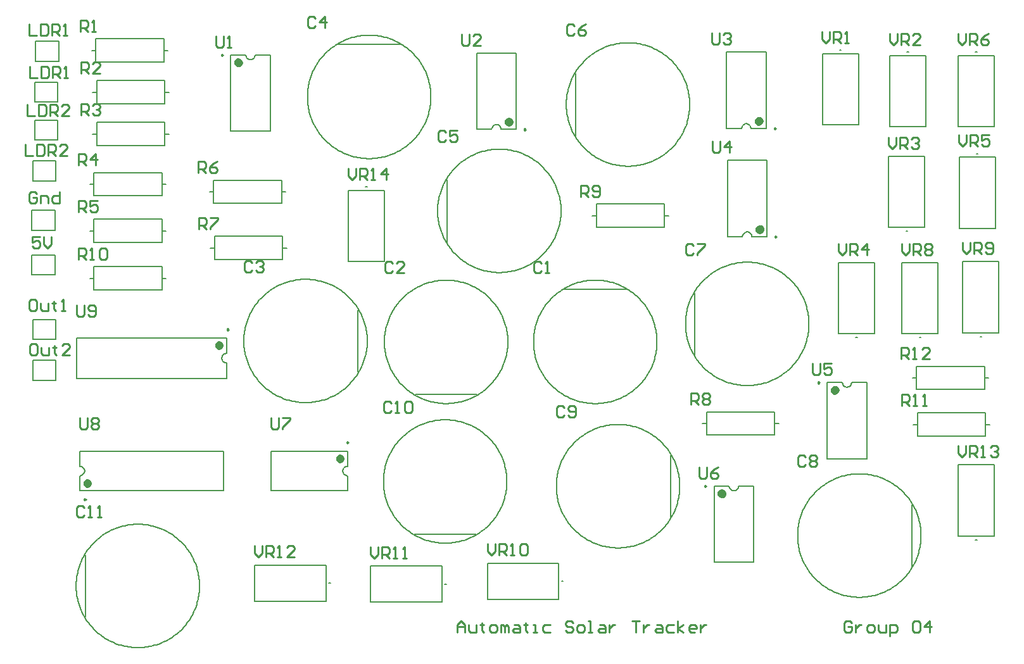
<source format=gto>
G04*
G04 #@! TF.GenerationSoftware,Altium Limited,Altium Designer,22.7.1 (60)*
G04*
G04 Layer_Color=65535*
%FSLAX25Y25*%
%MOIN*%
G70*
G04*
G04 #@! TF.SameCoordinates,62B07443-8612-450D-B8CB-4F7C4A51FEE5*
G04*
G04*
G04 #@! TF.FilePolarity,Positive*
G04*
G01*
G75*
%ADD10C,0.00591*%
%ADD11C,0.00787*%
%ADD12C,0.00984*%
%ADD13C,0.02362*%
%ADD14C,0.00500*%
%ADD15C,0.01000*%
D10*
X488980Y69000D02*
X488965Y70000D01*
X488919Y70999D01*
X488842Y71997D01*
X488734Y72991D01*
X488596Y73982D01*
X488427Y74968D01*
X488228Y75949D01*
X487999Y76922D01*
X487740Y77889D01*
X487452Y78847D01*
X487134Y79795D01*
X486787Y80733D01*
X486411Y81660D01*
X486007Y82576D01*
X485575Y83478D01*
X485115Y84366D01*
X484629Y85240D01*
X484115Y86099D01*
X483576Y86941D01*
X483010Y87766D01*
X482420Y88574D01*
X481805Y89363D01*
X481166Y90132D01*
X480503Y90882D01*
X479818Y91611D01*
X479111Y92318D01*
X478382Y93003D01*
X477632Y93666D01*
X476863Y94305D01*
X476074Y94920D01*
X475266Y95510D01*
X474441Y96076D01*
X473599Y96615D01*
X472740Y97129D01*
X471866Y97615D01*
X470978Y98075D01*
X470076Y98507D01*
X469160Y98911D01*
X468233Y99287D01*
X467295Y99634D01*
X466347Y99952D01*
X465389Y100240D01*
X464422Y100499D01*
X463449Y100728D01*
X462468Y100927D01*
X461482Y101096D01*
X460491Y101234D01*
X459497Y101342D01*
X458499Y101419D01*
X457500Y101465D01*
X456500Y101480D01*
X455500Y101465D01*
X454500Y101419D01*
X453503Y101342D01*
X452508Y101234D01*
X451518Y101096D01*
X450532Y100927D01*
X449551Y100728D01*
X448578Y100499D01*
X447611Y100240D01*
X446654Y99952D01*
X445705Y99634D01*
X444767Y99287D01*
X443840Y98911D01*
X442924Y98507D01*
X442022Y98075D01*
X441134Y97615D01*
X440260Y97129D01*
X439401Y96615D01*
X438559Y96076D01*
X437734Y95510D01*
X436926Y94920D01*
X436137Y94305D01*
X435368Y93666D01*
X434618Y93003D01*
X433889Y92318D01*
X433182Y91611D01*
X432497Y90882D01*
X431834Y90132D01*
X431195Y89363D01*
X430580Y88574D01*
X429990Y87766D01*
X429424Y86941D01*
X428885Y86099D01*
X428371Y85240D01*
X427884Y84366D01*
X427425Y83478D01*
X426993Y82575D01*
X426589Y81660D01*
X426213Y80733D01*
X425866Y79795D01*
X425548Y78846D01*
X425260Y77889D01*
X425001Y76922D01*
X424772Y75949D01*
X424573Y74968D01*
X424404Y73982D01*
X424266Y72991D01*
X424158Y71997D01*
X424081Y70999D01*
X424035Y70000D01*
X424020Y69000D01*
X424035Y68000D01*
X424081Y67000D01*
X424158Y66003D01*
X424266Y65008D01*
X424404Y64018D01*
X424573Y63032D01*
X424772Y62051D01*
X425001Y61077D01*
X425260Y60111D01*
X425548Y59153D01*
X425866Y58205D01*
X426213Y57267D01*
X426589Y56340D01*
X426993Y55424D01*
X427425Y54522D01*
X427884Y53634D01*
X428371Y52760D01*
X428885Y51901D01*
X429424Y51059D01*
X429990Y50234D01*
X430580Y49426D01*
X431195Y48637D01*
X431834Y47868D01*
X432497Y47118D01*
X433182Y46389D01*
X433889Y45682D01*
X434618Y44997D01*
X435368Y44334D01*
X436137Y43695D01*
X436926Y43080D01*
X437734Y42490D01*
X438559Y41924D01*
X439401Y41385D01*
X440260Y40871D01*
X441134Y40384D01*
X442023Y39925D01*
X442925Y39493D01*
X443840Y39089D01*
X444767Y38713D01*
X445705Y38366D01*
X446654Y38048D01*
X447612Y37760D01*
X448578Y37501D01*
X449552Y37272D01*
X450532Y37073D01*
X451518Y36904D01*
X452509Y36766D01*
X453503Y36658D01*
X454501Y36581D01*
X455500Y36535D01*
X456500Y36520D01*
X457501Y36535D01*
X458500Y36581D01*
X459497Y36658D01*
X460492Y36766D01*
X461482Y36904D01*
X462468Y37073D01*
X463449Y37272D01*
X464423Y37501D01*
X465389Y37760D01*
X466347Y38048D01*
X467295Y38366D01*
X468233Y38713D01*
X469161Y39089D01*
X470076Y39493D01*
X470978Y39925D01*
X471866Y40385D01*
X472740Y40871D01*
X473599Y41385D01*
X474441Y41925D01*
X475267Y42490D01*
X476074Y43080D01*
X476863Y43695D01*
X477633Y44335D01*
X478382Y44997D01*
X479111Y45682D01*
X479818Y46390D01*
X480503Y47118D01*
X481166Y47868D01*
X481805Y48638D01*
X482420Y49426D01*
X483010Y50234D01*
X483576Y51059D01*
X484116Y51902D01*
X484629Y52760D01*
X485116Y53634D01*
X485575Y54523D01*
X486007Y55425D01*
X486411Y56340D01*
X486787Y57267D01*
X487134Y58205D01*
X487452Y59154D01*
X487741Y60112D01*
X487999Y61078D01*
X488228Y62052D01*
X488427Y63032D01*
X488596Y64018D01*
X488734Y65009D01*
X488842Y66003D01*
X488919Y67001D01*
X488965Y68000D01*
X488980Y69000D01*
X230980Y300000D02*
X230965Y301000D01*
X230919Y301999D01*
X230842Y302997D01*
X230734Y303991D01*
X230596Y304982D01*
X230427Y305968D01*
X230228Y306949D01*
X229999Y307922D01*
X229740Y308889D01*
X229452Y309846D01*
X229134Y310795D01*
X228787Y311733D01*
X228411Y312660D01*
X228007Y313576D01*
X227575Y314478D01*
X227116Y315366D01*
X226629Y316240D01*
X226115Y317099D01*
X225576Y317941D01*
X225010Y318766D01*
X224420Y319574D01*
X223805Y320363D01*
X223166Y321132D01*
X222503Y321882D01*
X221818Y322611D01*
X221111Y323318D01*
X220382Y324003D01*
X219632Y324666D01*
X218863Y325305D01*
X218074Y325920D01*
X217266Y326510D01*
X216441Y327076D01*
X215599Y327615D01*
X214740Y328129D01*
X213866Y328615D01*
X212978Y329075D01*
X212075Y329507D01*
X211160Y329911D01*
X210233Y330287D01*
X209295Y330634D01*
X208347Y330952D01*
X207389Y331240D01*
X206422Y331499D01*
X205449Y331728D01*
X204468Y331927D01*
X203482Y332096D01*
X202491Y332234D01*
X201497Y332342D01*
X200500Y332419D01*
X199500Y332465D01*
X198500Y332480D01*
X197500Y332465D01*
X196501Y332419D01*
X195503Y332342D01*
X194509Y332234D01*
X193518Y332096D01*
X192532Y331927D01*
X191551Y331728D01*
X190578Y331499D01*
X189611Y331240D01*
X188654Y330952D01*
X187705Y330634D01*
X186767Y330287D01*
X185840Y329911D01*
X184924Y329507D01*
X184022Y329075D01*
X183134Y328615D01*
X182260Y328129D01*
X181401Y327615D01*
X180559Y327076D01*
X179734Y326510D01*
X178926Y325920D01*
X178137Y325305D01*
X177368Y324666D01*
X176618Y324003D01*
X175889Y323318D01*
X175182Y322611D01*
X174497Y321882D01*
X173834Y321132D01*
X173195Y320363D01*
X172580Y319574D01*
X171990Y318766D01*
X171424Y317941D01*
X170885Y317099D01*
X170371Y316240D01*
X169884Y315366D01*
X169425Y314478D01*
X168993Y313575D01*
X168589Y312660D01*
X168213Y311733D01*
X167866Y310795D01*
X167548Y309846D01*
X167260Y308889D01*
X167001Y307922D01*
X166772Y306948D01*
X166573Y305968D01*
X166404Y304982D01*
X166266Y303991D01*
X166158Y302997D01*
X166081Y301999D01*
X166035Y301000D01*
X166020Y300000D01*
X166035Y299000D01*
X166081Y298000D01*
X166158Y297003D01*
X166266Y296008D01*
X166404Y295018D01*
X166573Y294032D01*
X166772Y293051D01*
X167001Y292077D01*
X167260Y291111D01*
X167548Y290153D01*
X167866Y289205D01*
X168213Y288267D01*
X168589Y287339D01*
X168993Y286424D01*
X169425Y285522D01*
X169885Y284634D01*
X170371Y283760D01*
X170885Y282901D01*
X171424Y282059D01*
X171990Y281234D01*
X172580Y280426D01*
X173195Y279637D01*
X173834Y278868D01*
X174497Y278118D01*
X175182Y277389D01*
X175890Y276682D01*
X176618Y275997D01*
X177368Y275334D01*
X178138Y274695D01*
X178926Y274080D01*
X179734Y273490D01*
X180559Y272924D01*
X181402Y272385D01*
X182260Y271871D01*
X183134Y271384D01*
X184022Y270925D01*
X184925Y270493D01*
X185840Y270089D01*
X186767Y269713D01*
X187705Y269366D01*
X188654Y269048D01*
X189612Y268759D01*
X190578Y268501D01*
X191552Y268272D01*
X192532Y268073D01*
X193518Y267904D01*
X194509Y267766D01*
X195503Y267658D01*
X196501Y267581D01*
X197500Y267535D01*
X198500Y267520D01*
X199501Y267535D01*
X200500Y267581D01*
X201497Y267658D01*
X202492Y267766D01*
X203482Y267904D01*
X204468Y268073D01*
X205449Y268272D01*
X206423Y268501D01*
X207389Y268760D01*
X208347Y269048D01*
X209295Y269366D01*
X210233Y269713D01*
X211161Y270089D01*
X212076Y270493D01*
X212978Y270925D01*
X213866Y271385D01*
X214740Y271871D01*
X215599Y272385D01*
X216441Y272924D01*
X217267Y273490D01*
X218074Y274080D01*
X218863Y274695D01*
X219633Y275335D01*
X220382Y275997D01*
X221111Y276682D01*
X221818Y277390D01*
X222503Y278118D01*
X223166Y278868D01*
X223805Y279638D01*
X224420Y280427D01*
X225010Y281234D01*
X225576Y282059D01*
X226115Y282902D01*
X226629Y283760D01*
X227116Y284634D01*
X227575Y285523D01*
X228007Y286425D01*
X228411Y287340D01*
X228787Y288267D01*
X229134Y289205D01*
X229452Y290154D01*
X229741Y291112D01*
X229999Y292078D01*
X230228Y293052D01*
X230427Y294032D01*
X230596Y295018D01*
X230734Y296009D01*
X230842Y297003D01*
X230919Y298001D01*
X230965Y299000D01*
X230980Y300000D01*
X299480Y240000D02*
X299465Y241000D01*
X299419Y242000D01*
X299342Y242997D01*
X299234Y243991D01*
X299096Y244982D01*
X298927Y245968D01*
X298728Y246949D01*
X298499Y247922D01*
X298240Y248889D01*
X297952Y249847D01*
X297634Y250795D01*
X297287Y251733D01*
X296911Y252660D01*
X296507Y253575D01*
X296075Y254478D01*
X295616Y255366D01*
X295129Y256240D01*
X294615Y257099D01*
X294076Y257941D01*
X293510Y258766D01*
X292920Y259574D01*
X292305Y260363D01*
X291666Y261132D01*
X291003Y261882D01*
X290318Y262611D01*
X289611Y263318D01*
X288882Y264003D01*
X288132Y264666D01*
X287363Y265305D01*
X286574Y265920D01*
X285766Y266510D01*
X284941Y267076D01*
X284099Y267615D01*
X283240Y268129D01*
X282366Y268616D01*
X281478Y269075D01*
X280575Y269507D01*
X279660Y269911D01*
X278733Y270287D01*
X277795Y270634D01*
X276847Y270952D01*
X275889Y271240D01*
X274922Y271499D01*
X273949Y271728D01*
X272968Y271927D01*
X271982Y272096D01*
X270991Y272234D01*
X269997Y272342D01*
X269000Y272419D01*
X268000Y272465D01*
X267000Y272480D01*
X266000Y272465D01*
X265001Y272419D01*
X264003Y272342D01*
X263008Y272234D01*
X262018Y272096D01*
X261032Y271927D01*
X260051Y271728D01*
X259078Y271499D01*
X258111Y271240D01*
X257154Y270952D01*
X256205Y270634D01*
X255267Y270287D01*
X254340Y269911D01*
X253425Y269507D01*
X252522Y269075D01*
X251634Y268616D01*
X250760Y268129D01*
X249901Y267615D01*
X249059Y267076D01*
X248234Y266510D01*
X247426Y265920D01*
X246637Y265305D01*
X245868Y264666D01*
X245118Y264003D01*
X244389Y263318D01*
X243682Y262611D01*
X242997Y261882D01*
X242334Y261132D01*
X241695Y260363D01*
X241080Y259574D01*
X240490Y258766D01*
X239924Y257941D01*
X239385Y257099D01*
X238871Y256240D01*
X238384Y255366D01*
X237925Y254478D01*
X237493Y253575D01*
X237089Y252660D01*
X236713Y251733D01*
X236366Y250795D01*
X236048Y249846D01*
X235760Y248888D01*
X235501Y247922D01*
X235272Y246949D01*
X235073Y245968D01*
X234904Y244982D01*
X234766Y243991D01*
X234658Y242997D01*
X234581Y241999D01*
X234535Y241000D01*
X234520Y240000D01*
X234535Y239000D01*
X234581Y238000D01*
X234658Y237003D01*
X234766Y236008D01*
X234904Y235018D01*
X235073Y234032D01*
X235272Y233051D01*
X235501Y232078D01*
X235760Y231111D01*
X236048Y230153D01*
X236366Y229205D01*
X236713Y228267D01*
X237089Y227340D01*
X237493Y226424D01*
X237925Y225522D01*
X238385Y224634D01*
X238871Y223760D01*
X239385Y222901D01*
X239924Y222059D01*
X240490Y221234D01*
X241080Y220426D01*
X241695Y219637D01*
X242334Y218868D01*
X242997Y218118D01*
X243682Y217389D01*
X244390Y216682D01*
X245118Y215997D01*
X245868Y215334D01*
X246638Y214695D01*
X247426Y214080D01*
X248234Y213490D01*
X249059Y212924D01*
X249902Y212385D01*
X250760Y211871D01*
X251634Y211384D01*
X252522Y210925D01*
X253425Y210493D01*
X254340Y210089D01*
X255267Y209713D01*
X256205Y209366D01*
X257154Y209048D01*
X258112Y208759D01*
X259078Y208501D01*
X260052Y208272D01*
X261032Y208073D01*
X262018Y207904D01*
X263009Y207766D01*
X264003Y207658D01*
X265001Y207581D01*
X266000Y207535D01*
X267000Y207520D01*
X268001Y207535D01*
X269000Y207581D01*
X269997Y207658D01*
X270992Y207766D01*
X271982Y207904D01*
X272969Y208073D01*
X273949Y208272D01*
X274923Y208501D01*
X275889Y208760D01*
X276847Y209048D01*
X277795Y209366D01*
X278733Y209713D01*
X279661Y210089D01*
X280576Y210493D01*
X281478Y210925D01*
X282366Y211385D01*
X283240Y211871D01*
X284099Y212385D01*
X284941Y212925D01*
X285767Y213490D01*
X286574Y214080D01*
X287363Y214695D01*
X288133Y215335D01*
X288882Y215997D01*
X289611Y216682D01*
X290318Y217390D01*
X291003Y218118D01*
X291666Y218868D01*
X292305Y219637D01*
X292920Y220427D01*
X293511Y221234D01*
X294076Y222059D01*
X294616Y222902D01*
X295129Y223760D01*
X295616Y224634D01*
X296075Y225523D01*
X296507Y226425D01*
X296911Y227340D01*
X297287Y228267D01*
X297634Y229205D01*
X297952Y230154D01*
X298240Y231112D01*
X298499Y232078D01*
X298728Y233052D01*
X298927Y234032D01*
X299096Y235018D01*
X299234Y236009D01*
X299342Y237003D01*
X299419Y238001D01*
X299465Y239000D01*
X299480Y240000D01*
X367216Y296000D02*
X367201Y297000D01*
X367155Y298000D01*
X367078Y298997D01*
X366970Y299991D01*
X366832Y300982D01*
X366664Y301968D01*
X366464Y302949D01*
X366235Y303922D01*
X365977Y304889D01*
X365688Y305847D01*
X365370Y306795D01*
X365023Y307733D01*
X364648Y308660D01*
X364243Y309576D01*
X363811Y310478D01*
X363352Y311366D01*
X362865Y312240D01*
X362351Y313099D01*
X361812Y313941D01*
X361246Y314766D01*
X360656Y315574D01*
X360041Y316363D01*
X359402Y317132D01*
X358739Y317882D01*
X358054Y318611D01*
X357347Y319318D01*
X356618Y320003D01*
X355869Y320666D01*
X355099Y321305D01*
X354310Y321920D01*
X353502Y322510D01*
X352677Y323076D01*
X351835Y323615D01*
X350976Y324129D01*
X350102Y324616D01*
X349214Y325075D01*
X348312Y325507D01*
X347396Y325911D01*
X346469Y326287D01*
X345531Y326634D01*
X344583Y326952D01*
X343625Y327240D01*
X342659Y327499D01*
X341685Y327728D01*
X340704Y327927D01*
X339718Y328096D01*
X338728Y328234D01*
X337733Y328342D01*
X336736Y328419D01*
X335736Y328465D01*
X334736Y328480D01*
X333736Y328465D01*
X332737Y328419D01*
X331739Y328342D01*
X330745Y328234D01*
X329754Y328096D01*
X328768Y327927D01*
X327787Y327728D01*
X326814Y327499D01*
X325848Y327240D01*
X324890Y326952D01*
X323941Y326634D01*
X323003Y326287D01*
X322076Y325911D01*
X321161Y325507D01*
X320258Y325075D01*
X319370Y324616D01*
X318496Y324129D01*
X317637Y323615D01*
X316795Y323076D01*
X315970Y322510D01*
X315162Y321920D01*
X314373Y321305D01*
X313604Y320666D01*
X312854Y320003D01*
X312125Y319318D01*
X311418Y318611D01*
X310733Y317882D01*
X310070Y317132D01*
X309431Y316363D01*
X308816Y315574D01*
X308226Y314766D01*
X307661Y313941D01*
X307121Y313099D01*
X306607Y312240D01*
X306121Y311366D01*
X305661Y310478D01*
X305229Y309575D01*
X304825Y308660D01*
X304449Y307733D01*
X304102Y306795D01*
X303784Y305846D01*
X303496Y304889D01*
X303237Y303922D01*
X303008Y302948D01*
X302809Y301968D01*
X302640Y300982D01*
X302502Y299991D01*
X302394Y298997D01*
X302318Y297999D01*
X302271Y297000D01*
X302256Y296000D01*
X302271Y295000D01*
X302318Y294000D01*
X302394Y293003D01*
X302502Y292008D01*
X302640Y291018D01*
X302809Y290032D01*
X303008Y289051D01*
X303237Y288077D01*
X303496Y287111D01*
X303784Y286153D01*
X304102Y285205D01*
X304449Y284267D01*
X304825Y283340D01*
X305229Y282424D01*
X305661Y281522D01*
X306121Y280634D01*
X306608Y279760D01*
X307121Y278901D01*
X307661Y278059D01*
X308226Y277234D01*
X308816Y276426D01*
X309432Y275637D01*
X310071Y274868D01*
X310733Y274118D01*
X311418Y273389D01*
X312126Y272682D01*
X312855Y271997D01*
X313604Y271334D01*
X314374Y270695D01*
X315163Y270080D01*
X315970Y269490D01*
X316795Y268924D01*
X317638Y268385D01*
X318496Y267871D01*
X319370Y267384D01*
X320259Y266925D01*
X321161Y266493D01*
X322076Y266089D01*
X323003Y265713D01*
X323941Y265366D01*
X324890Y265048D01*
X325848Y264759D01*
X326814Y264501D01*
X327788Y264272D01*
X328768Y264073D01*
X329754Y263904D01*
X330745Y263766D01*
X331739Y263658D01*
X332737Y263581D01*
X333736Y263535D01*
X334736Y263520D01*
X335737Y263535D01*
X336736Y263581D01*
X337733Y263658D01*
X338728Y263766D01*
X339719Y263904D01*
X340705Y264073D01*
X341685Y264272D01*
X342659Y264501D01*
X343625Y264760D01*
X344583Y265048D01*
X345531Y265366D01*
X346470Y265713D01*
X347397Y266089D01*
X348312Y266493D01*
X349214Y266925D01*
X350103Y267385D01*
X350977Y267871D01*
X351835Y268385D01*
X352677Y268924D01*
X353503Y269490D01*
X354310Y270080D01*
X355099Y270695D01*
X355869Y271335D01*
X356618Y271997D01*
X357347Y272682D01*
X358054Y273390D01*
X358740Y274118D01*
X359402Y274868D01*
X360041Y275638D01*
X360656Y276427D01*
X361247Y277234D01*
X361812Y278059D01*
X362352Y278902D01*
X362865Y279760D01*
X363352Y280634D01*
X363811Y281523D01*
X364244Y282425D01*
X364648Y283340D01*
X365023Y284267D01*
X365370Y285205D01*
X365688Y286154D01*
X365977Y287112D01*
X366236Y288078D01*
X366465Y289052D01*
X366664Y290032D01*
X366832Y291018D01*
X366970Y292009D01*
X367078Y293003D01*
X367155Y294001D01*
X367201Y295000D01*
X367216Y296000D01*
X349980Y171000D02*
X349965Y172000D01*
X349919Y173000D01*
X349842Y173997D01*
X349734Y174992D01*
X349596Y175982D01*
X349427Y176968D01*
X349228Y177949D01*
X348999Y178922D01*
X348740Y179889D01*
X348452Y180847D01*
X348134Y181795D01*
X347787Y182733D01*
X347411Y183660D01*
X347007Y184575D01*
X346575Y185478D01*
X346115Y186366D01*
X345629Y187240D01*
X345115Y188099D01*
X344576Y188941D01*
X344010Y189766D01*
X343420Y190574D01*
X342805Y191363D01*
X342166Y192132D01*
X341503Y192882D01*
X340818Y193611D01*
X340111Y194318D01*
X339382Y195003D01*
X338632Y195666D01*
X337863Y196305D01*
X337074Y196920D01*
X336266Y197510D01*
X335441Y198076D01*
X334599Y198615D01*
X333740Y199129D01*
X332866Y199616D01*
X331978Y200075D01*
X331076Y200507D01*
X330160Y200911D01*
X329233Y201287D01*
X328295Y201634D01*
X327346Y201952D01*
X326389Y202240D01*
X325422Y202499D01*
X324449Y202728D01*
X323468Y202927D01*
X322482Y203096D01*
X321491Y203234D01*
X320497Y203342D01*
X319499Y203419D01*
X318500Y203465D01*
X317500Y203480D01*
X316500Y203465D01*
X315500Y203419D01*
X314503Y203342D01*
X313509Y203234D01*
X312518Y203096D01*
X311532Y202927D01*
X310551Y202728D01*
X309578Y202499D01*
X308611Y202240D01*
X307653Y201952D01*
X306705Y201634D01*
X305767Y201287D01*
X304840Y200911D01*
X303924Y200507D01*
X303022Y200075D01*
X302134Y199616D01*
X301260Y199129D01*
X300401Y198615D01*
X299559Y198076D01*
X298734Y197510D01*
X297926Y196920D01*
X297137Y196305D01*
X296368Y195666D01*
X295618Y195003D01*
X294889Y194318D01*
X294182Y193611D01*
X293497Y192882D01*
X292834Y192132D01*
X292195Y191363D01*
X291580Y190574D01*
X290990Y189766D01*
X290424Y188941D01*
X289885Y188099D01*
X289371Y187240D01*
X288884Y186366D01*
X288425Y185478D01*
X287993Y184575D01*
X287589Y183660D01*
X287213Y182733D01*
X286866Y181795D01*
X286548Y180846D01*
X286260Y179889D01*
X286001Y178922D01*
X285772Y177948D01*
X285573Y176968D01*
X285404Y175982D01*
X285266Y174991D01*
X285158Y173997D01*
X285081Y172999D01*
X285035Y172000D01*
X285020Y171000D01*
X285035Y170000D01*
X285081Y169000D01*
X285158Y168003D01*
X285266Y167008D01*
X285404Y166018D01*
X285573Y165032D01*
X285772Y164051D01*
X286001Y163077D01*
X286260Y162111D01*
X286548Y161153D01*
X286866Y160205D01*
X287213Y159267D01*
X287589Y158340D01*
X287993Y157424D01*
X288425Y156522D01*
X288884Y155634D01*
X289371Y154760D01*
X289885Y153901D01*
X290424Y153059D01*
X290990Y152234D01*
X291580Y151426D01*
X292195Y150637D01*
X292834Y149868D01*
X293497Y149118D01*
X294182Y148389D01*
X294889Y147682D01*
X295618Y146997D01*
X296368Y146334D01*
X297137Y145695D01*
X297926Y145080D01*
X298734Y144490D01*
X299559Y143924D01*
X300401Y143385D01*
X301260Y142871D01*
X302134Y142384D01*
X303023Y141925D01*
X303925Y141493D01*
X304840Y141089D01*
X305767Y140713D01*
X306705Y140366D01*
X307654Y140048D01*
X308611Y139760D01*
X309578Y139501D01*
X310552Y139272D01*
X311532Y139073D01*
X312518Y138904D01*
X313509Y138766D01*
X314503Y138658D01*
X315501Y138581D01*
X316500Y138535D01*
X317500Y138520D01*
X318500Y138535D01*
X319500Y138581D01*
X320497Y138658D01*
X321492Y138766D01*
X322482Y138904D01*
X323468Y139073D01*
X324449Y139272D01*
X325423Y139501D01*
X326389Y139760D01*
X327347Y140048D01*
X328295Y140366D01*
X329234Y140713D01*
X330161Y141089D01*
X331076Y141493D01*
X331978Y141925D01*
X332866Y142385D01*
X333740Y142871D01*
X334599Y143385D01*
X335441Y143924D01*
X336266Y144490D01*
X337074Y145080D01*
X337863Y145695D01*
X338632Y146335D01*
X339382Y146997D01*
X340111Y147682D01*
X340818Y148390D01*
X341503Y149118D01*
X342166Y149868D01*
X342805Y150637D01*
X343420Y151426D01*
X344010Y152234D01*
X344576Y153059D01*
X345115Y153902D01*
X345629Y154760D01*
X346116Y155634D01*
X346575Y156523D01*
X347007Y157425D01*
X347411Y158340D01*
X347787Y159267D01*
X348134Y160205D01*
X348452Y161154D01*
X348741Y162112D01*
X348999Y163078D01*
X349228Y164052D01*
X349427Y165032D01*
X349596Y166018D01*
X349734Y167009D01*
X349842Y168003D01*
X349919Y169001D01*
X349965Y170000D01*
X349980Y171000D01*
X429980Y180500D02*
X429965Y181500D01*
X429919Y182500D01*
X429842Y183497D01*
X429734Y184492D01*
X429596Y185482D01*
X429427Y186468D01*
X429228Y187449D01*
X428999Y188422D01*
X428740Y189389D01*
X428452Y190347D01*
X428134Y191295D01*
X427787Y192233D01*
X427411Y193160D01*
X427007Y194076D01*
X426575Y194978D01*
X426116Y195866D01*
X425629Y196740D01*
X425115Y197599D01*
X424576Y198441D01*
X424010Y199266D01*
X423420Y200074D01*
X422805Y200863D01*
X422166Y201632D01*
X421503Y202382D01*
X420818Y203111D01*
X420111Y203818D01*
X419382Y204503D01*
X418632Y205166D01*
X417863Y205805D01*
X417074Y206420D01*
X416266Y207010D01*
X415441Y207576D01*
X414599Y208115D01*
X413740Y208629D01*
X412866Y209116D01*
X411978Y209575D01*
X411075Y210007D01*
X410160Y210411D01*
X409233Y210787D01*
X408295Y211134D01*
X407346Y211452D01*
X406389Y211740D01*
X405422Y211999D01*
X404449Y212228D01*
X403468Y212427D01*
X402482Y212596D01*
X401491Y212734D01*
X400497Y212842D01*
X399500Y212919D01*
X398500Y212965D01*
X397500Y212980D01*
X396500Y212965D01*
X395500Y212919D01*
X394503Y212842D01*
X393509Y212734D01*
X392518Y212596D01*
X391532Y212427D01*
X390551Y212228D01*
X389578Y211999D01*
X388611Y211740D01*
X387653Y211452D01*
X386705Y211134D01*
X385767Y210787D01*
X384840Y210411D01*
X383925Y210007D01*
X383022Y209575D01*
X382134Y209116D01*
X381260Y208629D01*
X380401Y208115D01*
X379559Y207576D01*
X378734Y207010D01*
X377926Y206420D01*
X377137Y205805D01*
X376368Y205166D01*
X375618Y204503D01*
X374889Y203818D01*
X374182Y203111D01*
X373497Y202382D01*
X372834Y201632D01*
X372195Y200863D01*
X371580Y200074D01*
X370990Y199266D01*
X370424Y198441D01*
X369885Y197599D01*
X369371Y196740D01*
X368884Y195866D01*
X368425Y194978D01*
X367993Y194075D01*
X367589Y193160D01*
X367213Y192233D01*
X366866Y191295D01*
X366548Y190346D01*
X366260Y189389D01*
X366001Y188422D01*
X365772Y187449D01*
X365573Y186468D01*
X365404Y185482D01*
X365266Y184491D01*
X365158Y183497D01*
X365081Y182499D01*
X365035Y181500D01*
X365020Y180500D01*
X365035Y179500D01*
X365081Y178500D01*
X365158Y177503D01*
X365266Y176508D01*
X365404Y175518D01*
X365573Y174532D01*
X365772Y173551D01*
X366001Y172578D01*
X366260Y171611D01*
X366548Y170653D01*
X366866Y169705D01*
X367213Y168767D01*
X367589Y167840D01*
X367993Y166924D01*
X368425Y166022D01*
X368884Y165134D01*
X369371Y164260D01*
X369885Y163401D01*
X370424Y162559D01*
X370990Y161734D01*
X371580Y160926D01*
X372195Y160137D01*
X372834Y159368D01*
X373497Y158618D01*
X374182Y157889D01*
X374889Y157182D01*
X375618Y156497D01*
X376368Y155834D01*
X377137Y155195D01*
X377926Y154580D01*
X378734Y153990D01*
X379559Y153424D01*
X380401Y152885D01*
X381260Y152371D01*
X382134Y151884D01*
X383022Y151425D01*
X383925Y150993D01*
X384840Y150589D01*
X385767Y150213D01*
X386705Y149866D01*
X387654Y149548D01*
X388612Y149259D01*
X389578Y149001D01*
X390552Y148772D01*
X391532Y148573D01*
X392518Y148404D01*
X393509Y148266D01*
X394503Y148158D01*
X395501Y148081D01*
X396500Y148035D01*
X397500Y148020D01*
X398500Y148035D01*
X399500Y148081D01*
X400497Y148158D01*
X401492Y148266D01*
X402482Y148404D01*
X403469Y148573D01*
X404449Y148772D01*
X405423Y149001D01*
X406389Y149260D01*
X407347Y149548D01*
X408295Y149866D01*
X409234Y150213D01*
X410161Y150589D01*
X411076Y150993D01*
X411978Y151425D01*
X412866Y151885D01*
X413740Y152371D01*
X414599Y152885D01*
X415441Y153425D01*
X416266Y153990D01*
X417074Y154580D01*
X417863Y155195D01*
X418633Y155834D01*
X419382Y156497D01*
X420111Y157182D01*
X420818Y157890D01*
X421503Y158618D01*
X422166Y159368D01*
X422805Y160137D01*
X423420Y160926D01*
X424011Y161734D01*
X424576Y162559D01*
X425115Y163402D01*
X425629Y164260D01*
X426116Y165134D01*
X426575Y166023D01*
X427007Y166925D01*
X427411Y167840D01*
X427787Y168767D01*
X428134Y169705D01*
X428452Y170654D01*
X428741Y171612D01*
X428999Y172578D01*
X429228Y173552D01*
X429427Y174532D01*
X429596Y175518D01*
X429734Y176509D01*
X429842Y177503D01*
X429919Y178501D01*
X429965Y179500D01*
X429980Y180500D01*
X271480Y171000D02*
X271465Y172000D01*
X271419Y173000D01*
X271342Y173997D01*
X271234Y174992D01*
X271096Y175982D01*
X270927Y176968D01*
X270728Y177949D01*
X270499Y178922D01*
X270240Y179889D01*
X269952Y180847D01*
X269634Y181795D01*
X269287Y182733D01*
X268911Y183660D01*
X268507Y184575D01*
X268075Y185478D01*
X267616Y186366D01*
X267129Y187240D01*
X266615Y188099D01*
X266076Y188941D01*
X265510Y189766D01*
X264920Y190574D01*
X264305Y191363D01*
X263666Y192132D01*
X263003Y192882D01*
X262318Y193611D01*
X261611Y194318D01*
X260882Y195003D01*
X260132Y195666D01*
X259363Y196305D01*
X258574Y196920D01*
X257766Y197510D01*
X256941Y198076D01*
X256099Y198615D01*
X255240Y199129D01*
X254366Y199616D01*
X253478Y200075D01*
X252575Y200507D01*
X251660Y200911D01*
X250733Y201287D01*
X249795Y201634D01*
X248847Y201952D01*
X247889Y202240D01*
X246922Y202499D01*
X245949Y202728D01*
X244968Y202927D01*
X243982Y203096D01*
X242991Y203234D01*
X241997Y203342D01*
X241000Y203419D01*
X240000Y203465D01*
X239000Y203480D01*
X238000Y203465D01*
X237000Y203419D01*
X236003Y203342D01*
X235009Y203234D01*
X234018Y203096D01*
X233032Y202927D01*
X232051Y202728D01*
X231078Y202499D01*
X230111Y202240D01*
X229153Y201952D01*
X228205Y201634D01*
X227267Y201287D01*
X226340Y200911D01*
X225425Y200507D01*
X224522Y200075D01*
X223634Y199616D01*
X222760Y199129D01*
X221901Y198615D01*
X221059Y198076D01*
X220234Y197510D01*
X219426Y196920D01*
X218637Y196305D01*
X217868Y195666D01*
X217118Y195003D01*
X216389Y194318D01*
X215682Y193611D01*
X214997Y192882D01*
X214334Y192132D01*
X213695Y191363D01*
X213080Y190574D01*
X212490Y189766D01*
X211924Y188941D01*
X211385Y188099D01*
X210871Y187240D01*
X210384Y186366D01*
X209925Y185478D01*
X209493Y184575D01*
X209089Y183660D01*
X208713Y182733D01*
X208366Y181795D01*
X208048Y180846D01*
X207760Y179889D01*
X207501Y178922D01*
X207272Y177948D01*
X207073Y176968D01*
X206904Y175982D01*
X206766Y174991D01*
X206658Y173997D01*
X206581Y172999D01*
X206535Y172000D01*
X206520Y171000D01*
X206535Y170000D01*
X206581Y169000D01*
X206658Y168003D01*
X206766Y167008D01*
X206904Y166018D01*
X207073Y165032D01*
X207272Y164051D01*
X207501Y163077D01*
X207760Y162111D01*
X208048Y161153D01*
X208366Y160205D01*
X208713Y159267D01*
X209089Y158340D01*
X209493Y157424D01*
X209925Y156522D01*
X210384Y155634D01*
X210871Y154760D01*
X211385Y153901D01*
X211924Y153059D01*
X212490Y152234D01*
X213080Y151426D01*
X213695Y150637D01*
X214334Y149868D01*
X214997Y149118D01*
X215682Y148389D01*
X216389Y147682D01*
X217118Y146997D01*
X217868Y146334D01*
X218637Y145695D01*
X219426Y145080D01*
X220234Y144490D01*
X221059Y143924D01*
X221901Y143385D01*
X222760Y142871D01*
X223634Y142384D01*
X224522Y141925D01*
X225425Y141493D01*
X226340Y141089D01*
X227267Y140713D01*
X228205Y140366D01*
X229154Y140048D01*
X230112Y139760D01*
X231078Y139501D01*
X232052Y139272D01*
X233032Y139073D01*
X234018Y138904D01*
X235009Y138766D01*
X236003Y138658D01*
X237001Y138581D01*
X238000Y138535D01*
X239000Y138520D01*
X240001Y138535D01*
X241000Y138581D01*
X241997Y138658D01*
X242992Y138766D01*
X243982Y138904D01*
X244969Y139073D01*
X245949Y139272D01*
X246923Y139501D01*
X247889Y139760D01*
X248847Y140048D01*
X249795Y140366D01*
X250733Y140713D01*
X251661Y141089D01*
X252576Y141493D01*
X253478Y141925D01*
X254366Y142385D01*
X255240Y142871D01*
X256099Y143385D01*
X256941Y143924D01*
X257767Y144490D01*
X258574Y145080D01*
X259363Y145695D01*
X260133Y146335D01*
X260882Y146997D01*
X261611Y147682D01*
X262318Y148390D01*
X263003Y149118D01*
X263666Y149868D01*
X264305Y150637D01*
X264920Y151426D01*
X265511Y152234D01*
X266076Y153059D01*
X266616Y153902D01*
X267129Y154760D01*
X267616Y155634D01*
X268075Y156523D01*
X268507Y157425D01*
X268911Y158340D01*
X269287Y159267D01*
X269634Y160205D01*
X269952Y161154D01*
X270240Y162112D01*
X270499Y163078D01*
X270728Y164052D01*
X270927Y165032D01*
X271096Y166018D01*
X271234Y167009D01*
X271342Y168003D01*
X271419Y169001D01*
X271465Y170000D01*
X271480Y171000D01*
X197480Y171500D02*
X197465Y172500D01*
X197419Y173500D01*
X197342Y174497D01*
X197234Y175491D01*
X197096Y176482D01*
X196927Y177468D01*
X196728Y178449D01*
X196499Y179422D01*
X196240Y180389D01*
X195952Y181346D01*
X195634Y182295D01*
X195287Y183233D01*
X194911Y184160D01*
X194507Y185075D01*
X194075Y185978D01*
X193616Y186866D01*
X193129Y187740D01*
X192615Y188599D01*
X192076Y189441D01*
X191510Y190266D01*
X190920Y191074D01*
X190305Y191863D01*
X189666Y192632D01*
X189003Y193382D01*
X188318Y194111D01*
X187611Y194818D01*
X186882Y195503D01*
X186132Y196166D01*
X185363Y196805D01*
X184574Y197420D01*
X183766Y198010D01*
X182941Y198576D01*
X182099Y199115D01*
X181240Y199629D01*
X180366Y200116D01*
X179478Y200575D01*
X178576Y201007D01*
X177660Y201411D01*
X176733Y201787D01*
X175795Y202134D01*
X174846Y202452D01*
X173889Y202740D01*
X172922Y202999D01*
X171949Y203228D01*
X170968Y203427D01*
X169982Y203596D01*
X168991Y203734D01*
X167997Y203842D01*
X166999Y203919D01*
X166000Y203965D01*
X165000Y203980D01*
X164000Y203965D01*
X163001Y203919D01*
X162003Y203842D01*
X161009Y203734D01*
X160018Y203596D01*
X159032Y203427D01*
X158051Y203228D01*
X157078Y202999D01*
X156111Y202740D01*
X155154Y202452D01*
X154205Y202134D01*
X153267Y201787D01*
X152340Y201411D01*
X151425Y201007D01*
X150522Y200575D01*
X149634Y200115D01*
X148760Y199629D01*
X147901Y199115D01*
X147059Y198576D01*
X146234Y198010D01*
X145426Y197420D01*
X144637Y196805D01*
X143868Y196166D01*
X143118Y195503D01*
X142389Y194818D01*
X141682Y194111D01*
X140997Y193382D01*
X140334Y192632D01*
X139695Y191863D01*
X139080Y191074D01*
X138490Y190266D01*
X137924Y189441D01*
X137385Y188599D01*
X136871Y187740D01*
X136384Y186866D01*
X135925Y185978D01*
X135493Y185075D01*
X135089Y184160D01*
X134713Y183233D01*
X134366Y182295D01*
X134048Y181346D01*
X133760Y180389D01*
X133501Y179422D01*
X133272Y178448D01*
X133073Y177468D01*
X132904Y176482D01*
X132766Y175491D01*
X132658Y174497D01*
X132581Y173499D01*
X132535Y172500D01*
X132520Y171500D01*
X132535Y170500D01*
X132581Y169500D01*
X132658Y168503D01*
X132766Y167508D01*
X132904Y166518D01*
X133073Y165532D01*
X133272Y164551D01*
X133501Y163577D01*
X133760Y162611D01*
X134048Y161653D01*
X134366Y160705D01*
X134713Y159767D01*
X135089Y158839D01*
X135493Y157924D01*
X135925Y157022D01*
X136384Y156134D01*
X136871Y155260D01*
X137385Y154401D01*
X137924Y153559D01*
X138490Y152734D01*
X139080Y151926D01*
X139695Y151137D01*
X140334Y150368D01*
X140997Y149618D01*
X141682Y148889D01*
X142390Y148182D01*
X143118Y147497D01*
X143868Y146834D01*
X144638Y146195D01*
X145426Y145580D01*
X146234Y144990D01*
X147059Y144424D01*
X147901Y143885D01*
X148760Y143371D01*
X149634Y142884D01*
X150522Y142425D01*
X151425Y141993D01*
X152340Y141589D01*
X153267Y141213D01*
X154205Y140866D01*
X155154Y140548D01*
X156112Y140260D01*
X157078Y140001D01*
X158052Y139772D01*
X159032Y139573D01*
X160018Y139404D01*
X161009Y139266D01*
X162003Y139158D01*
X163001Y139081D01*
X164000Y139035D01*
X165000Y139020D01*
X166000Y139035D01*
X167000Y139081D01*
X167997Y139158D01*
X168992Y139266D01*
X169982Y139404D01*
X170968Y139573D01*
X171949Y139772D01*
X172923Y140001D01*
X173889Y140260D01*
X174847Y140548D01*
X175795Y140866D01*
X176734Y141213D01*
X177661Y141589D01*
X178576Y141993D01*
X179478Y142425D01*
X180367Y142885D01*
X181240Y143371D01*
X182099Y143885D01*
X182941Y144424D01*
X183766Y144990D01*
X184574Y145580D01*
X185363Y146195D01*
X186133Y146835D01*
X186882Y147497D01*
X187611Y148182D01*
X188318Y148890D01*
X189003Y149618D01*
X189666Y150368D01*
X190305Y151137D01*
X190920Y151927D01*
X191510Y152734D01*
X192076Y153559D01*
X192615Y154402D01*
X193129Y155260D01*
X193616Y156134D01*
X194075Y157023D01*
X194507Y157925D01*
X194911Y158840D01*
X195287Y159767D01*
X195634Y160705D01*
X195952Y161654D01*
X196240Y162612D01*
X196499Y163578D01*
X196728Y164552D01*
X196927Y165532D01*
X197096Y166518D01*
X197234Y167509D01*
X197342Y168503D01*
X197419Y169501D01*
X197465Y170500D01*
X197480Y171500D01*
X270980Y97500D02*
X270965Y98500D01*
X270919Y99499D01*
X270842Y100497D01*
X270734Y101491D01*
X270596Y102482D01*
X270427Y103468D01*
X270228Y104449D01*
X269999Y105422D01*
X269740Y106389D01*
X269452Y107346D01*
X269134Y108295D01*
X268787Y109233D01*
X268411Y110160D01*
X268007Y111075D01*
X267575Y111978D01*
X267115Y112866D01*
X266629Y113740D01*
X266115Y114599D01*
X265576Y115441D01*
X265010Y116266D01*
X264420Y117074D01*
X263805Y117863D01*
X263166Y118632D01*
X262503Y119382D01*
X261818Y120111D01*
X261111Y120818D01*
X260382Y121503D01*
X259632Y122166D01*
X258863Y122805D01*
X258074Y123420D01*
X257266Y124010D01*
X256441Y124576D01*
X255599Y125115D01*
X254740Y125629D01*
X253866Y126116D01*
X252978Y126575D01*
X252076Y127007D01*
X251160Y127411D01*
X250233Y127787D01*
X249295Y128134D01*
X248346Y128452D01*
X247389Y128740D01*
X246422Y128999D01*
X245449Y129228D01*
X244468Y129427D01*
X243482Y129596D01*
X242491Y129734D01*
X241497Y129842D01*
X240499Y129919D01*
X239500Y129965D01*
X238500Y129980D01*
X237500Y129965D01*
X236501Y129919D01*
X235503Y129842D01*
X234508Y129734D01*
X233518Y129596D01*
X232532Y129427D01*
X231551Y129228D01*
X230578Y128999D01*
X229611Y128740D01*
X228654Y128452D01*
X227705Y128134D01*
X226767Y127787D01*
X225840Y127411D01*
X224924Y127007D01*
X224022Y126575D01*
X223134Y126116D01*
X222260Y125629D01*
X221401Y125115D01*
X220559Y124576D01*
X219734Y124010D01*
X218926Y123420D01*
X218137Y122805D01*
X217368Y122166D01*
X216618Y121503D01*
X215889Y120818D01*
X215182Y120111D01*
X214497Y119382D01*
X213834Y118632D01*
X213195Y117863D01*
X212580Y117074D01*
X211990Y116266D01*
X211424Y115441D01*
X210885Y114599D01*
X210371Y113740D01*
X209884Y112866D01*
X209425Y111978D01*
X208993Y111075D01*
X208589Y110160D01*
X208213Y109233D01*
X207866Y108295D01*
X207548Y107346D01*
X207260Y106389D01*
X207001Y105422D01*
X206772Y104448D01*
X206573Y103468D01*
X206404Y102482D01*
X206266Y101491D01*
X206158Y100497D01*
X206081Y99499D01*
X206035Y98500D01*
X206020Y97500D01*
X206035Y96500D01*
X206081Y95500D01*
X206158Y94503D01*
X206266Y93508D01*
X206404Y92518D01*
X206573Y91532D01*
X206772Y90551D01*
X207001Y89578D01*
X207260Y88611D01*
X207548Y87653D01*
X207866Y86705D01*
X208213Y85767D01*
X208589Y84839D01*
X208993Y83924D01*
X209425Y83022D01*
X209885Y82134D01*
X210371Y81260D01*
X210885Y80401D01*
X211424Y79559D01*
X211990Y78734D01*
X212580Y77926D01*
X213195Y77137D01*
X213834Y76368D01*
X214497Y75618D01*
X215182Y74889D01*
X215890Y74182D01*
X216618Y73497D01*
X217368Y72834D01*
X218138Y72195D01*
X218926Y71580D01*
X219734Y70990D01*
X220559Y70424D01*
X221402Y69885D01*
X222260Y69371D01*
X223134Y68884D01*
X224023Y68425D01*
X224925Y67993D01*
X225840Y67589D01*
X226767Y67213D01*
X227705Y66866D01*
X228654Y66548D01*
X229611Y66260D01*
X230578Y66001D01*
X231552Y65772D01*
X232532Y65573D01*
X233518Y65404D01*
X234509Y65266D01*
X235503Y65158D01*
X236501Y65081D01*
X237500Y65035D01*
X238500Y65020D01*
X239500Y65035D01*
X240500Y65081D01*
X241497Y65158D01*
X242492Y65266D01*
X243482Y65404D01*
X244468Y65573D01*
X245449Y65772D01*
X246423Y66001D01*
X247389Y66260D01*
X248347Y66548D01*
X249295Y66866D01*
X250234Y67213D01*
X251161Y67589D01*
X252076Y67993D01*
X252978Y68425D01*
X253866Y68885D01*
X254740Y69371D01*
X255599Y69885D01*
X256441Y70424D01*
X257266Y70990D01*
X258074Y71580D01*
X258863Y72195D01*
X259632Y72834D01*
X260382Y73497D01*
X261111Y74182D01*
X261818Y74889D01*
X262503Y75618D01*
X263166Y76368D01*
X263805Y77138D01*
X264420Y77926D01*
X265010Y78734D01*
X265576Y79559D01*
X266115Y80402D01*
X266629Y81260D01*
X267116Y82134D01*
X267575Y83023D01*
X268007Y83925D01*
X268411Y84840D01*
X268787Y85767D01*
X269134Y86705D01*
X269452Y87654D01*
X269741Y88612D01*
X269999Y89578D01*
X270228Y90552D01*
X270427Y91532D01*
X270596Y92518D01*
X270734Y93509D01*
X270842Y94503D01*
X270919Y95501D01*
X270965Y96500D01*
X270980Y97500D01*
X109216Y42500D02*
X109201Y43500D01*
X109155Y44499D01*
X109078Y45497D01*
X108970Y46491D01*
X108832Y47482D01*
X108663Y48468D01*
X108465Y49449D01*
X108236Y50422D01*
X107977Y51389D01*
X107688Y52346D01*
X107370Y53295D01*
X107023Y54233D01*
X106648Y55160D01*
X106244Y56076D01*
X105811Y56978D01*
X105352Y57866D01*
X104865Y58740D01*
X104351Y59599D01*
X103812Y60441D01*
X103247Y61266D01*
X102656Y62074D01*
X102041Y62863D01*
X101402Y63632D01*
X100740Y64382D01*
X100054Y65111D01*
X99347Y65818D01*
X98618Y66503D01*
X97869Y67166D01*
X97099Y67805D01*
X96310Y68420D01*
X95503Y69010D01*
X94677Y69576D01*
X93835Y70115D01*
X92976Y70629D01*
X92102Y71115D01*
X91214Y71575D01*
X90312Y72007D01*
X89397Y72411D01*
X88469Y72787D01*
X87531Y73134D01*
X86583Y73452D01*
X85625Y73740D01*
X84659Y73999D01*
X83685Y74228D01*
X82704Y74427D01*
X81718Y74596D01*
X80728Y74734D01*
X79733Y74842D01*
X78736Y74919D01*
X77736Y74965D01*
X76736Y74980D01*
X75736Y74965D01*
X74737Y74919D01*
X73739Y74842D01*
X72745Y74734D01*
X71754Y74596D01*
X70768Y74427D01*
X69788Y74228D01*
X68814Y73999D01*
X67848Y73740D01*
X66890Y73452D01*
X65941Y73134D01*
X65003Y72787D01*
X64076Y72411D01*
X63161Y72007D01*
X62258Y71575D01*
X61370Y71115D01*
X60496Y70629D01*
X59637Y70115D01*
X58795Y69576D01*
X57970Y69010D01*
X57162Y68420D01*
X56374Y67805D01*
X55604Y67166D01*
X54854Y66503D01*
X54125Y65818D01*
X53418Y65111D01*
X52733Y64382D01*
X52070Y63632D01*
X51431Y62863D01*
X50816Y62074D01*
X50226Y61266D01*
X49661Y60441D01*
X49121Y59599D01*
X48607Y58740D01*
X48121Y57866D01*
X47661Y56978D01*
X47229Y56075D01*
X46825Y55160D01*
X46449Y54233D01*
X46102Y53295D01*
X45784Y52346D01*
X45496Y51389D01*
X45237Y50422D01*
X45008Y49448D01*
X44809Y48468D01*
X44640Y47482D01*
X44502Y46491D01*
X44394Y45497D01*
X44317Y44499D01*
X44271Y43500D01*
X44256Y42500D01*
X44271Y41500D01*
X44317Y40500D01*
X44394Y39503D01*
X44502Y38508D01*
X44640Y37518D01*
X44809Y36532D01*
X45008Y35551D01*
X45237Y34578D01*
X45496Y33611D01*
X45784Y32653D01*
X46102Y31705D01*
X46449Y30767D01*
X46825Y29840D01*
X47229Y28924D01*
X47661Y28022D01*
X48121Y27134D01*
X48608Y26260D01*
X49121Y25401D01*
X49661Y24559D01*
X50226Y23734D01*
X50817Y22926D01*
X51432Y22137D01*
X52071Y21368D01*
X52733Y20618D01*
X53418Y19889D01*
X54126Y19182D01*
X54855Y18497D01*
X55604Y17834D01*
X56374Y17195D01*
X57163Y16580D01*
X57970Y15990D01*
X58795Y15424D01*
X59638Y14885D01*
X60496Y14371D01*
X61370Y13884D01*
X62259Y13425D01*
X63161Y12993D01*
X64076Y12589D01*
X65003Y12213D01*
X65941Y11866D01*
X66890Y11548D01*
X67848Y11260D01*
X68814Y11001D01*
X69788Y10772D01*
X70768Y10573D01*
X71754Y10404D01*
X72745Y10266D01*
X73739Y10158D01*
X74737Y10081D01*
X75736Y10035D01*
X76736Y10020D01*
X77737Y10035D01*
X78736Y10081D01*
X79733Y10158D01*
X80728Y10266D01*
X81719Y10404D01*
X82705Y10573D01*
X83685Y10772D01*
X84659Y11001D01*
X85625Y11260D01*
X86583Y11548D01*
X87531Y11866D01*
X88470Y12213D01*
X89397Y12589D01*
X90312Y12993D01*
X91214Y13425D01*
X92103Y13885D01*
X92977Y14371D01*
X93835Y14885D01*
X94677Y15425D01*
X95503Y15990D01*
X96310Y16580D01*
X97099Y17195D01*
X97869Y17834D01*
X98618Y18497D01*
X99347Y19182D01*
X100054Y19890D01*
X100740Y20618D01*
X101402Y21368D01*
X102041Y22138D01*
X102656Y22927D01*
X103247Y23734D01*
X103812Y24559D01*
X104352Y25402D01*
X104865Y26260D01*
X105352Y27134D01*
X105812Y28023D01*
X106244Y28925D01*
X106648Y29840D01*
X107023Y30767D01*
X107370Y31705D01*
X107688Y32654D01*
X107977Y33612D01*
X108236Y34578D01*
X108465Y35552D01*
X108664Y36532D01*
X108832Y37518D01*
X108970Y38509D01*
X109078Y39503D01*
X109155Y40501D01*
X109201Y41500D01*
X109216Y42500D01*
X361980Y95000D02*
X361965Y96000D01*
X361919Y97000D01*
X361842Y97997D01*
X361734Y98991D01*
X361596Y99982D01*
X361427Y100968D01*
X361228Y101949D01*
X360999Y102922D01*
X360740Y103889D01*
X360452Y104847D01*
X360134Y105795D01*
X359787Y106733D01*
X359411Y107660D01*
X359007Y108575D01*
X358575Y109478D01*
X358116Y110366D01*
X357629Y111240D01*
X357115Y112099D01*
X356576Y112941D01*
X356010Y113766D01*
X355420Y114574D01*
X354805Y115363D01*
X354166Y116132D01*
X353503Y116882D01*
X352818Y117611D01*
X352111Y118318D01*
X351382Y119003D01*
X350632Y119666D01*
X349863Y120305D01*
X349074Y120920D01*
X348266Y121510D01*
X347441Y122076D01*
X346599Y122615D01*
X345740Y123129D01*
X344866Y123616D01*
X343978Y124075D01*
X343075Y124507D01*
X342160Y124911D01*
X341233Y125287D01*
X340295Y125634D01*
X339347Y125952D01*
X338389Y126240D01*
X337422Y126499D01*
X336449Y126728D01*
X335468Y126927D01*
X334482Y127096D01*
X333491Y127234D01*
X332497Y127342D01*
X331500Y127419D01*
X330500Y127465D01*
X329500Y127480D01*
X328500Y127465D01*
X327501Y127419D01*
X326503Y127342D01*
X325508Y127234D01*
X324518Y127096D01*
X323532Y126927D01*
X322551Y126728D01*
X321578Y126499D01*
X320611Y126240D01*
X319654Y125952D01*
X318705Y125634D01*
X317767Y125287D01*
X316840Y124911D01*
X315925Y124507D01*
X315022Y124075D01*
X314134Y123616D01*
X313260Y123129D01*
X312401Y122615D01*
X311559Y122076D01*
X310734Y121510D01*
X309926Y120920D01*
X309137Y120305D01*
X308368Y119666D01*
X307618Y119003D01*
X306889Y118318D01*
X306182Y117611D01*
X305497Y116882D01*
X304834Y116132D01*
X304195Y115363D01*
X303580Y114574D01*
X302990Y113766D01*
X302424Y112941D01*
X301885Y112099D01*
X301371Y111240D01*
X300884Y110366D01*
X300425Y109478D01*
X299993Y108575D01*
X299589Y107660D01*
X299213Y106733D01*
X298866Y105795D01*
X298548Y104846D01*
X298260Y103889D01*
X298001Y102922D01*
X297772Y101948D01*
X297573Y100968D01*
X297404Y99982D01*
X297266Y98991D01*
X297158Y97997D01*
X297081Y96999D01*
X297035Y96000D01*
X297020Y95000D01*
X297035Y94000D01*
X297081Y93000D01*
X297158Y92003D01*
X297266Y91008D01*
X297404Y90018D01*
X297573Y89032D01*
X297772Y88051D01*
X298001Y87077D01*
X298260Y86111D01*
X298548Y85153D01*
X298866Y84205D01*
X299213Y83267D01*
X299589Y82340D01*
X299993Y81424D01*
X300425Y80522D01*
X300885Y79634D01*
X301371Y78760D01*
X301885Y77901D01*
X302424Y77059D01*
X302990Y76234D01*
X303580Y75426D01*
X304195Y74637D01*
X304834Y73868D01*
X305497Y73118D01*
X306182Y72389D01*
X306890Y71682D01*
X307618Y70997D01*
X308368Y70334D01*
X309138Y69695D01*
X309926Y69080D01*
X310734Y68490D01*
X311559Y67924D01*
X312402Y67385D01*
X313260Y66871D01*
X314134Y66384D01*
X315022Y65925D01*
X315925Y65493D01*
X316840Y65089D01*
X317767Y64713D01*
X318705Y64366D01*
X319654Y64048D01*
X320612Y63760D01*
X321578Y63501D01*
X322552Y63272D01*
X323532Y63073D01*
X324518Y62904D01*
X325509Y62766D01*
X326503Y62658D01*
X327501Y62581D01*
X328500Y62535D01*
X329500Y62520D01*
X330501Y62535D01*
X331500Y62581D01*
X332497Y62658D01*
X333492Y62766D01*
X334482Y62904D01*
X335469Y63073D01*
X336449Y63272D01*
X337423Y63501D01*
X338389Y63760D01*
X339347Y64048D01*
X340295Y64366D01*
X341233Y64713D01*
X342161Y65089D01*
X343076Y65493D01*
X343978Y65925D01*
X344866Y66385D01*
X345740Y66871D01*
X346599Y67385D01*
X347441Y67924D01*
X348267Y68490D01*
X349074Y69080D01*
X349863Y69695D01*
X350633Y70335D01*
X351382Y70997D01*
X352111Y71682D01*
X352818Y72390D01*
X353503Y73118D01*
X354166Y73868D01*
X354805Y74638D01*
X355420Y75427D01*
X356011Y76234D01*
X356576Y77059D01*
X357116Y77902D01*
X357629Y78760D01*
X358116Y79634D01*
X358575Y80523D01*
X359007Y81425D01*
X359411Y82340D01*
X359787Y83267D01*
X360134Y84205D01*
X360452Y85154D01*
X360740Y86112D01*
X360999Y87078D01*
X361228Y88052D01*
X361427Y89032D01*
X361596Y90018D01*
X361734Y91009D01*
X361842Y92003D01*
X361919Y93001D01*
X361965Y94000D01*
X361980Y95000D01*
D11*
X133500Y322079D02*
X133690Y321122D01*
X134232Y320311D01*
X135043Y319769D01*
X136000Y319579D01*
X136957Y319769D01*
X137768Y320311D01*
X138310Y321122D01*
X138500Y322079D01*
X482394Y323669D02*
X481606D01*
X482394D01*
X399500Y283421D02*
X399310Y284378D01*
X398768Y285189D01*
X397957Y285731D01*
X397000Y285921D01*
X396043Y285731D01*
X395232Y285189D01*
X394690Y284378D01*
X394500Y283421D01*
X197394Y252669D02*
X196606D01*
X197394D01*
X268000Y282921D02*
X267810Y283878D01*
X267268Y284689D01*
X266457Y285231D01*
X265500Y285421D01*
X264543Y285231D01*
X263732Y284689D01*
X263190Y283878D01*
X263000Y282921D01*
X446894Y324669D02*
X446106D01*
X446894D01*
X518394Y323669D02*
X517606D01*
X518394D01*
X481894Y229331D02*
X481106D01*
X481894D01*
X518894Y270169D02*
X518106D01*
X518894D01*
X488894Y173331D02*
X488106D01*
X488894D01*
X400000Y226421D02*
X399810Y227378D01*
X399268Y228189D01*
X398457Y228731D01*
X397500Y228921D01*
X396543Y228731D01*
X395732Y228189D01*
X395190Y227378D01*
X395000Y226421D01*
X455394Y173331D02*
X454606D01*
X455394D01*
X520894Y173831D02*
X520106D01*
X520894D01*
X300563Y45000D02*
X299776D01*
X300563D01*
X518394Y66831D02*
X517606D01*
X518394D01*
X239063Y43500D02*
X238276D01*
X239063D01*
X46205Y100500D02*
X47161Y100690D01*
X47973Y101232D01*
X48514Y102043D01*
X48705Y103000D01*
X48514Y103957D01*
X47973Y104768D01*
X47161Y105310D01*
X46205Y105500D01*
X123370Y165000D02*
X122413Y164810D01*
X121602Y164268D01*
X121060Y163457D01*
X120870Y162500D01*
X121060Y161543D01*
X121602Y160732D01*
X122413Y160190D01*
X123370Y160000D01*
X388000Y95079D02*
X388190Y94122D01*
X388732Y93311D01*
X389543Y92769D01*
X390500Y92579D01*
X391457Y92769D01*
X392268Y93311D01*
X392810Y94122D01*
X393000Y95079D01*
X187079Y105500D02*
X186122Y105310D01*
X185311Y104768D01*
X184769Y103957D01*
X184579Y103000D01*
X184769Y102043D01*
X185311Y101232D01*
X186122Y100690D01*
X187079Y100500D01*
X178063Y44000D02*
X177276D01*
X178063D01*
X447500Y149579D02*
X447690Y148622D01*
X448232Y147811D01*
X449043Y147269D01*
X450000Y147079D01*
X450957Y147269D01*
X451768Y147811D01*
X452310Y148622D01*
X452500Y149579D01*
X484157Y52760D02*
Y85240D01*
X21496Y161256D02*
X33504D01*
Y150744D02*
Y161256D01*
X21496Y150744D02*
X33504D01*
X21496D02*
Y161256D01*
Y182756D02*
X33504D01*
Y172244D02*
Y182756D01*
X21496Y172244D02*
X33504D01*
X21496D02*
Y182756D01*
X20996Y240256D02*
X33004D01*
Y229744D02*
Y240256D01*
X20996Y229744D02*
X33004D01*
X20996D02*
Y240256D01*
Y216756D02*
X33004D01*
Y206244D02*
Y216756D01*
X20996Y206244D02*
X33004D01*
X20996D02*
Y216756D01*
X21496Y266256D02*
X33504D01*
Y255744D02*
Y266256D01*
X21496Y255744D02*
X33504D01*
X21496D02*
Y266256D01*
X22496Y287756D02*
X34504D01*
Y277244D02*
Y287756D01*
X22496Y277244D02*
X34504D01*
X22496D02*
Y287756D01*
Y307756D02*
X34504D01*
Y297244D02*
Y307756D01*
X22496Y297244D02*
X34504D01*
X22496D02*
Y307756D01*
X22996Y329256D02*
X35004D01*
Y318744D02*
Y329256D01*
X22996Y318744D02*
X35004D01*
X22996D02*
Y329256D01*
X54587Y318398D02*
X90413D01*
X54587D02*
Y330602D01*
X90413D01*
Y318398D02*
Y330602D01*
Y324500D02*
X92539D01*
X52461D02*
X54587D01*
X182260Y327657D02*
X214740D01*
X239343Y223760D02*
Y256240D01*
X125567Y281921D02*
Y322079D01*
X146433Y281921D02*
Y322079D01*
X125567D02*
X133500D01*
X138500D02*
X146433D01*
X125567Y281921D02*
X146433D01*
X152890Y220500D02*
X155016D01*
X114937D02*
X117063D01*
Y214398D02*
Y226602D01*
Y214398D02*
X152890D01*
Y226602D01*
X117063D02*
X152890D01*
X52961Y280500D02*
X55087D01*
X90913D02*
X93039D01*
X90913Y274398D02*
Y286602D01*
X55087D02*
X90913D01*
X55087Y274398D02*
Y286602D01*
Y274398D02*
X90913D01*
X407433Y283421D02*
Y323579D01*
X386567Y283421D02*
Y323579D01*
X399500Y283421D02*
X407433D01*
X386567D02*
X394500D01*
X386567Y323579D02*
X407433D01*
X275933Y282921D02*
Y323079D01*
X255067Y282921D02*
Y323079D01*
X268000Y282921D02*
X275933D01*
X255067D02*
X263000D01*
X255067Y323079D02*
X275933D01*
X51484Y229500D02*
X53610D01*
X89437D02*
X91563D01*
X89437Y223398D02*
Y235602D01*
X53610D02*
X89437D01*
X53610Y223398D02*
Y235602D01*
Y223398D02*
X89437D01*
X307079Y279760D02*
Y312240D01*
X152413Y250000D02*
X154539D01*
X114461D02*
X116587D01*
Y243898D02*
Y256102D01*
Y243898D02*
X152413D01*
Y256102D01*
X116587D02*
X152413D01*
X89413Y204500D02*
X91539D01*
X51461D02*
X53587D01*
Y198398D02*
Y210602D01*
Y198398D02*
X89413D01*
Y210602D01*
X53587D02*
X89413D01*
Y254000D02*
X91539D01*
X51461D02*
X53587D01*
Y247898D02*
Y260102D01*
Y247898D02*
X89413D01*
Y260102D01*
X53587D02*
X89413D01*
X353913Y237500D02*
X356039D01*
X315961D02*
X318087D01*
Y231398D02*
Y243602D01*
Y231398D02*
X353913D01*
Y243602D01*
X318087D02*
X353913D01*
X301260Y198657D02*
X333740D01*
X411890Y128000D02*
X414016D01*
X373937D02*
X376063D01*
Y121898D02*
Y134102D01*
Y121898D02*
X411890D01*
Y134102D01*
X376063D02*
X411890D01*
X52961Y302500D02*
X55087D01*
X90913D02*
X93039D01*
X90913Y296398D02*
Y308602D01*
X55087D02*
X90913D01*
X55087Y296398D02*
Y308602D01*
Y296398D02*
X90913D01*
X369843Y164260D02*
Y196740D01*
X407933Y226421D02*
Y266579D01*
X387067Y226421D02*
Y266579D01*
X400000Y226421D02*
X407933D01*
X387067D02*
X395000D01*
X387067Y266579D02*
X407933D01*
X222760Y143343D02*
X255240D01*
X484461Y152000D02*
X486587D01*
X522413D02*
X524539D01*
X522413Y145898D02*
Y158102D01*
X486587D02*
X522413D01*
X486587Y145898D02*
Y158102D01*
Y145898D02*
X522413D01*
X192658Y155260D02*
Y187740D01*
X46205Y92567D02*
X121795D01*
X46205Y113433D02*
X121795D01*
X46205Y92567D02*
Y100500D01*
Y105500D02*
Y113433D01*
X121795Y92567D02*
Y113433D01*
X44630Y151870D02*
Y173130D01*
X123370Y151870D02*
Y160000D01*
Y165000D02*
Y173130D01*
X44630Y151870D02*
X123370D01*
X44630Y173130D02*
X123370D01*
X380067Y54921D02*
Y95079D01*
X400933Y54921D02*
Y95079D01*
X380067D02*
X388000D01*
X393000D02*
X400933D01*
X380067Y54921D02*
X400933D01*
X146921Y113433D02*
X187079D01*
X146921Y92567D02*
X187079D01*
Y105500D02*
Y113433D01*
Y92567D02*
Y100500D01*
X146921Y92567D02*
Y113433D01*
X222260Y69843D02*
X254740D01*
X49079Y26260D02*
Y58740D01*
X357157Y78760D02*
Y111240D01*
X522913Y127500D02*
X525039D01*
X484961D02*
X487087D01*
Y121398D02*
Y133602D01*
Y121398D02*
X522913D01*
Y133602D01*
X487087D02*
X522913D01*
X439567Y109421D02*
Y149579D01*
X460433Y109421D02*
Y149579D01*
X439567D02*
X447500D01*
X452500D02*
X460433D01*
X439567Y109421D02*
X460433D01*
D12*
X121492Y322118D02*
X120754Y322544D01*
Y321692D01*
X121492Y322118D01*
X412492Y283382D02*
X411754Y283808D01*
Y282956D01*
X412492Y283382D01*
X280992Y282882D02*
X280254Y283308D01*
Y282456D01*
X280992Y282882D01*
X412992Y226382D02*
X412254Y226808D01*
Y225956D01*
X412992Y226382D01*
X49374Y88000D02*
X48636Y88426D01*
Y87574D01*
X49374Y88000D01*
X124413Y177500D02*
X123675Y177926D01*
Y177074D01*
X124413Y177500D01*
X375992Y95118D02*
X375254Y95544D01*
Y94692D01*
X375992Y95118D01*
X187610Y118000D02*
X186872Y118426D01*
Y117574D01*
X187610Y118000D01*
X435492Y149618D02*
X434754Y150044D01*
Y149192D01*
X435492Y149618D01*
D13*
X130685Y318142D02*
X130240Y319065D01*
X129241Y319293D01*
X128440Y318654D01*
Y317629D01*
X129241Y316990D01*
X130240Y317218D01*
X130685Y318142D01*
X404677Y287358D02*
X404233Y288282D01*
X403233Y288510D01*
X402432Y287871D01*
Y286846D01*
X403233Y286207D01*
X404233Y286435D01*
X404677Y287358D01*
X273177Y286858D02*
X272732Y287782D01*
X271733Y288010D01*
X270932Y287371D01*
Y286346D01*
X271733Y285707D01*
X272732Y285935D01*
X273177Y286858D01*
X405177Y230358D02*
X404733Y231282D01*
X403733Y231510D01*
X402932Y230871D01*
Y229846D01*
X403733Y229207D01*
X404733Y229435D01*
X405177Y230358D01*
X51323Y96504D02*
X50878Y97427D01*
X49879Y97655D01*
X49078Y97016D01*
Y95991D01*
X49879Y95352D01*
X50878Y95581D01*
X51323Y96504D01*
X120614Y169193D02*
X120169Y170116D01*
X119170Y170344D01*
X118369Y169705D01*
Y168680D01*
X119170Y168041D01*
X120169Y168270D01*
X120614Y169193D01*
X385185Y91142D02*
X384740Y92065D01*
X383741Y92293D01*
X382940Y91654D01*
Y90629D01*
X383741Y89990D01*
X384740Y90218D01*
X385185Y91142D01*
X184323Y109496D02*
X183878Y110419D01*
X182879Y110648D01*
X182078Y110009D01*
Y108984D01*
X182879Y108345D01*
X183878Y108573D01*
X184323Y109496D01*
X444685Y145642D02*
X444240Y146565D01*
X443241Y146793D01*
X442440Y146154D01*
Y145129D01*
X443241Y144490D01*
X444240Y144718D01*
X444685Y145642D01*
D14*
X491528Y284240D02*
Y321760D01*
X472512Y284240D02*
X491528D01*
X472512Y321760D02*
X491528D01*
X472512Y284240D02*
Y321760D01*
X206528Y213240D02*
Y250760D01*
X187512Y213240D02*
X206528D01*
X187512Y250760D02*
X206528D01*
X187512Y213240D02*
Y250760D01*
X456028Y285240D02*
Y322760D01*
X437012Y285240D02*
X456028D01*
X437012Y322760D02*
X456028D01*
X437012Y285240D02*
Y322760D01*
X527528Y284240D02*
Y321760D01*
X508512Y284240D02*
X527528D01*
X508512Y321760D02*
X527528D01*
X508512Y284240D02*
Y321760D01*
X471972Y231240D02*
Y268760D01*
X490988D01*
X471972Y231240D02*
X490988D01*
Y268760D01*
X528028Y230740D02*
Y268260D01*
X509012Y230740D02*
X528028D01*
X509012Y268260D02*
X528028D01*
X509012Y230740D02*
Y268260D01*
X478972Y175240D02*
Y212760D01*
X497988D01*
X478972Y175240D02*
X497988D01*
Y212760D01*
X445472Y175240D02*
Y212760D01*
X464488D01*
X445472Y175240D02*
X464488D01*
Y212760D01*
X510972Y175740D02*
Y213260D01*
X529988D01*
X510972Y175740D02*
X529988D01*
Y213260D01*
X260740Y35472D02*
X298260D01*
X260740D02*
Y54488D01*
X298260Y35472D02*
Y54488D01*
X260740D02*
X298260D01*
X508472Y68740D02*
Y106260D01*
X527488D01*
X508472Y68740D02*
X527488D01*
Y106260D01*
X199240Y33972D02*
X236760D01*
X199240D02*
Y52988D01*
X236760Y33972D02*
Y52988D01*
X199240D02*
X236760D01*
X138240Y34472D02*
X175760D01*
X138240D02*
Y53488D01*
X175760Y34472D02*
Y53488D01*
X138240D02*
X175760D01*
D15*
X452499Y22998D02*
X451499Y23997D01*
X449500D01*
X448500Y22998D01*
Y18999D01*
X449500Y17999D01*
X451499D01*
X452499Y18999D01*
Y20998D01*
X450499D01*
X454498Y21998D02*
Y17999D01*
Y19999D01*
X455498Y20998D01*
X456497Y21998D01*
X457497D01*
X461496Y17999D02*
X463495D01*
X464495Y18999D01*
Y20998D01*
X463495Y21998D01*
X461496D01*
X460496Y20998D01*
Y18999D01*
X461496Y17999D01*
X466494Y21998D02*
Y18999D01*
X467494Y17999D01*
X470493D01*
Y21998D01*
X472492Y16000D02*
Y21998D01*
X475491D01*
X476491Y20998D01*
Y18999D01*
X475491Y17999D01*
X472492D01*
X484488Y22998D02*
X485488Y23997D01*
X487487D01*
X488487Y22998D01*
Y18999D01*
X487487Y17999D01*
X485488D01*
X484488Y18999D01*
Y22998D01*
X493485Y17999D02*
Y23997D01*
X490486Y20998D01*
X494485D01*
X245000Y18000D02*
Y21999D01*
X246999Y23998D01*
X248999Y21999D01*
Y18000D01*
Y20999D01*
X245000D01*
X250998Y21999D02*
Y19000D01*
X251998Y18000D01*
X254997D01*
Y21999D01*
X257996Y22998D02*
Y21999D01*
X256996D01*
X258996D01*
X257996D01*
Y19000D01*
X258996Y18000D01*
X262994D02*
X264994D01*
X265993Y19000D01*
Y20999D01*
X264994Y21999D01*
X262994D01*
X261995Y20999D01*
Y19000D01*
X262994Y18000D01*
X267993D02*
Y21999D01*
X268992D01*
X269992Y20999D01*
Y18000D01*
Y20999D01*
X270992Y21999D01*
X271991Y20999D01*
Y18000D01*
X274990Y21999D02*
X276990D01*
X277989Y20999D01*
Y18000D01*
X274990D01*
X273991Y19000D01*
X274990Y19999D01*
X277989D01*
X280988Y22998D02*
Y21999D01*
X279989D01*
X281988D01*
X280988D01*
Y19000D01*
X281988Y18000D01*
X284987D02*
X286986D01*
X285987D01*
Y21999D01*
X284987D01*
X293984D02*
X290985D01*
X289985Y20999D01*
Y19000D01*
X290985Y18000D01*
X293984D01*
X305980Y22998D02*
X304981Y23998D01*
X302981D01*
X301982Y22998D01*
Y21999D01*
X302981Y20999D01*
X304981D01*
X305980Y19999D01*
Y19000D01*
X304981Y18000D01*
X302981D01*
X301982Y19000D01*
X308979Y18000D02*
X310979D01*
X311978Y19000D01*
Y20999D01*
X310979Y21999D01*
X308979D01*
X307980Y20999D01*
Y19000D01*
X308979Y18000D01*
X313978D02*
X315977D01*
X314977D01*
Y23998D01*
X313978D01*
X319976Y21999D02*
X321975D01*
X322975Y20999D01*
Y18000D01*
X319976D01*
X318976Y19000D01*
X319976Y19999D01*
X322975D01*
X324974Y21999D02*
Y18000D01*
Y19999D01*
X325974Y20999D01*
X326974Y21999D01*
X327973D01*
X336970Y23998D02*
X340969D01*
X338970D01*
Y18000D01*
X342968Y21999D02*
Y18000D01*
Y19999D01*
X343968Y20999D01*
X344968Y21999D01*
X345967D01*
X349966D02*
X351965D01*
X352965Y20999D01*
Y18000D01*
X349966D01*
X348966Y19000D01*
X349966Y19999D01*
X352965D01*
X358963Y21999D02*
X355964D01*
X354964Y20999D01*
Y19000D01*
X355964Y18000D01*
X358963D01*
X360963D02*
Y23998D01*
Y19999D02*
X363962Y21999D01*
X360963Y19999D02*
X363962Y18000D01*
X369960D02*
X367960D01*
X366961Y19000D01*
Y20999D01*
X367960Y21999D01*
X369960D01*
X370959Y20999D01*
Y19999D01*
X366961D01*
X372959Y21999D02*
Y18000D01*
Y19999D01*
X373958Y20999D01*
X374958Y21999D01*
X375958D01*
X187400Y262498D02*
Y258499D01*
X189399Y256500D01*
X191399Y258499D01*
Y262498D01*
X193398Y256500D02*
Y262498D01*
X196397D01*
X197397Y261498D01*
Y259499D01*
X196397Y258499D01*
X193398D01*
X195397D02*
X197397Y256500D01*
X199396D02*
X201396D01*
X200396D01*
Y262498D01*
X199396Y261498D01*
X207394Y256500D02*
Y262498D01*
X204395Y259499D01*
X208393D01*
X508400Y116298D02*
Y112299D01*
X510399Y110300D01*
X512399Y112299D01*
Y116298D01*
X514398Y110300D02*
Y116298D01*
X517397D01*
X518397Y115298D01*
Y113299D01*
X517397Y112299D01*
X514398D01*
X516397D02*
X518397Y110300D01*
X520396D02*
X522396D01*
X521396D01*
Y116298D01*
X520396Y115298D01*
X525394D02*
X526394Y116298D01*
X528394D01*
X529393Y115298D01*
Y114299D01*
X528394Y113299D01*
X527394D01*
X528394D01*
X529393Y112299D01*
Y111300D01*
X528394Y110300D01*
X526394D01*
X525394Y111300D01*
X138200Y63598D02*
Y59599D01*
X140199Y57600D01*
X142199Y59599D01*
Y63598D01*
X144198Y57600D02*
Y63598D01*
X147197D01*
X148197Y62598D01*
Y60599D01*
X147197Y59599D01*
X144198D01*
X146197D02*
X148197Y57600D01*
X150196D02*
X152196D01*
X151196D01*
Y63598D01*
X150196Y62598D01*
X159193Y57600D02*
X155194D01*
X159193Y61599D01*
Y62598D01*
X158194Y63598D01*
X156194D01*
X155194Y62598D01*
X199200Y63098D02*
Y59099D01*
X201199Y57100D01*
X203199Y59099D01*
Y63098D01*
X205198Y57100D02*
Y63098D01*
X208197D01*
X209197Y62098D01*
Y60099D01*
X208197Y59099D01*
X205198D01*
X207197D02*
X209197Y57100D01*
X211196D02*
X213195D01*
X212196D01*
Y63098D01*
X211196Y62098D01*
X216195Y57100D02*
X218194D01*
X217194D01*
Y63098D01*
X216195Y62098D01*
X260700Y64598D02*
Y60599D01*
X262699Y58600D01*
X264699Y60599D01*
Y64598D01*
X266698Y58600D02*
Y64598D01*
X269697D01*
X270697Y63598D01*
Y61599D01*
X269697Y60599D01*
X266698D01*
X268697D02*
X270697Y58600D01*
X272696D02*
X274695D01*
X273696D01*
Y64598D01*
X272696Y63598D01*
X277695D02*
X278694Y64598D01*
X280694D01*
X281693Y63598D01*
Y59600D01*
X280694Y58600D01*
X278694D01*
X277695Y59600D01*
Y63598D01*
X510900Y223298D02*
Y219299D01*
X512899Y217300D01*
X514899Y219299D01*
Y223298D01*
X516898Y217300D02*
Y223298D01*
X519897D01*
X520897Y222298D01*
Y220299D01*
X519897Y219299D01*
X516898D01*
X518897D02*
X520897Y217300D01*
X522896Y218300D02*
X523896Y217300D01*
X525895D01*
X526895Y218300D01*
Y222298D01*
X525895Y223298D01*
X523896D01*
X522896Y222298D01*
Y221299D01*
X523896Y220299D01*
X526895D01*
X478900Y222798D02*
Y218799D01*
X480899Y216800D01*
X482899Y218799D01*
Y222798D01*
X484898Y216800D02*
Y222798D01*
X487897D01*
X488897Y221798D01*
Y219799D01*
X487897Y218799D01*
X484898D01*
X486897D02*
X488897Y216800D01*
X490896Y221798D02*
X491896Y222798D01*
X493895D01*
X494895Y221798D01*
Y220799D01*
X493895Y219799D01*
X494895Y218799D01*
Y217800D01*
X493895Y216800D01*
X491896D01*
X490896Y217800D01*
Y218799D01*
X491896Y219799D01*
X490896Y220799D01*
Y221798D01*
X491896Y219799D02*
X493895D01*
X508400Y333498D02*
Y329499D01*
X510399Y327500D01*
X512399Y329499D01*
Y333498D01*
X514398Y327500D02*
Y333498D01*
X517397D01*
X518397Y332498D01*
Y330499D01*
X517397Y329499D01*
X514398D01*
X516397D02*
X518397Y327500D01*
X524395Y333498D02*
X522396Y332498D01*
X520396Y330499D01*
Y328500D01*
X521396Y327500D01*
X523395D01*
X524395Y328500D01*
Y329499D01*
X523395Y330499D01*
X520396D01*
X508900Y279998D02*
Y275999D01*
X510899Y274000D01*
X512899Y275999D01*
Y279998D01*
X514898Y274000D02*
Y279998D01*
X517897D01*
X518897Y278998D01*
Y276999D01*
X517897Y275999D01*
X514898D01*
X516897D02*
X518897Y274000D01*
X524895Y279998D02*
X520896D01*
Y276999D01*
X522895Y277999D01*
X523895D01*
X524895Y276999D01*
Y275000D01*
X523895Y274000D01*
X521896D01*
X520896Y275000D01*
X445400Y222798D02*
Y218799D01*
X447399Y216800D01*
X449399Y218799D01*
Y222798D01*
X451398Y216800D02*
Y222798D01*
X454397D01*
X455397Y221798D01*
Y219799D01*
X454397Y218799D01*
X451398D01*
X453397D02*
X455397Y216800D01*
X460395D02*
Y222798D01*
X457396Y219799D01*
X461395D01*
X471900Y278798D02*
Y274799D01*
X473899Y272800D01*
X475899Y274799D01*
Y278798D01*
X477898Y272800D02*
Y278798D01*
X480897D01*
X481897Y277798D01*
Y275799D01*
X480897Y274799D01*
X477898D01*
X479897D02*
X481897Y272800D01*
X483896Y277798D02*
X484896Y278798D01*
X486895D01*
X487895Y277798D01*
Y276799D01*
X486895Y275799D01*
X485895D01*
X486895D01*
X487895Y274799D01*
Y273800D01*
X486895Y272800D01*
X484896D01*
X483896Y273800D01*
X472400Y333498D02*
Y329499D01*
X474399Y327500D01*
X476399Y329499D01*
Y333498D01*
X478398Y327500D02*
Y333498D01*
X481397D01*
X482397Y332498D01*
Y330499D01*
X481397Y329499D01*
X478398D01*
X480397D02*
X482397Y327500D01*
X488395D02*
X484396D01*
X488395Y331499D01*
Y332498D01*
X487395Y333498D01*
X485396D01*
X484396Y332498D01*
X436900Y334498D02*
Y330499D01*
X438899Y328500D01*
X440899Y330499D01*
Y334498D01*
X442898Y328500D02*
Y334498D01*
X445897D01*
X446897Y333498D01*
Y331499D01*
X445897Y330499D01*
X442898D01*
X444897D02*
X446897Y328500D01*
X448896D02*
X450896D01*
X449896D01*
Y334498D01*
X448896Y333498D01*
X44500Y190498D02*
Y185500D01*
X45500Y184500D01*
X47499D01*
X48499Y185500D01*
Y190498D01*
X50498Y185500D02*
X51498Y184500D01*
X53497D01*
X54497Y185500D01*
Y189498D01*
X53497Y190498D01*
X51498D01*
X50498Y189498D01*
Y188499D01*
X51498Y187499D01*
X54497D01*
X46100Y131198D02*
Y126200D01*
X47100Y125200D01*
X49099D01*
X50099Y126200D01*
Y131198D01*
X52098Y130198D02*
X53098Y131198D01*
X55097D01*
X56097Y130198D01*
Y129199D01*
X55097Y128199D01*
X56097Y127199D01*
Y126200D01*
X55097Y125200D01*
X53098D01*
X52098Y126200D01*
Y127199D01*
X53098Y128199D01*
X52098Y129199D01*
Y130198D01*
X53098Y128199D02*
X55097D01*
X146800Y131198D02*
Y126200D01*
X147800Y125200D01*
X149799D01*
X150799Y126200D01*
Y131198D01*
X152798D02*
X156797D01*
Y130198D01*
X152798Y126200D01*
Y125200D01*
X372300Y105198D02*
Y100200D01*
X373300Y99200D01*
X375299D01*
X376299Y100200D01*
Y105198D01*
X382297D02*
X380297Y104198D01*
X378298Y102199D01*
Y100200D01*
X379298Y99200D01*
X381297D01*
X382297Y100200D01*
Y101199D01*
X381297Y102199D01*
X378298D01*
X431800Y159698D02*
Y154700D01*
X432800Y153700D01*
X434799D01*
X435799Y154700D01*
Y159698D01*
X441797D02*
X437798D01*
Y156699D01*
X439797Y157699D01*
X440797D01*
X441797Y156699D01*
Y154700D01*
X440797Y153700D01*
X438798D01*
X437798Y154700D01*
X379300Y276698D02*
Y271700D01*
X380300Y270700D01*
X382299D01*
X383299Y271700D01*
Y276698D01*
X388297Y270700D02*
Y276698D01*
X385298Y273699D01*
X389297D01*
X378800Y333698D02*
Y328700D01*
X379800Y327700D01*
X381799D01*
X382799Y328700D01*
Y333698D01*
X384798Y332698D02*
X385798Y333698D01*
X387797D01*
X388797Y332698D01*
Y331699D01*
X387797Y330699D01*
X386797D01*
X387797D01*
X388797Y329699D01*
Y328700D01*
X387797Y327700D01*
X385798D01*
X384798Y328700D01*
X247300Y333198D02*
Y328200D01*
X248300Y327200D01*
X250299D01*
X251299Y328200D01*
Y333198D01*
X257297Y327200D02*
X253298D01*
X257297Y331199D01*
Y332198D01*
X256297Y333198D01*
X254298D01*
X253298Y332198D01*
X117800Y332198D02*
Y327200D01*
X118800Y326200D01*
X120799D01*
X121799Y327200D01*
Y332198D01*
X123798Y326200D02*
X125797D01*
X124798D01*
Y332198D01*
X123798Y331198D01*
X478400Y161900D02*
Y167898D01*
X481399D01*
X482399Y166898D01*
Y164899D01*
X481399Y163899D01*
X478400D01*
X480399D02*
X482399Y161900D01*
X484398D02*
X486397D01*
X485398D01*
Y167898D01*
X484398Y166898D01*
X493395Y161900D02*
X489396D01*
X493395Y165899D01*
Y166898D01*
X492395Y167898D01*
X490396D01*
X489396Y166898D01*
X478900Y137400D02*
Y143398D01*
X481899D01*
X482899Y142398D01*
Y140399D01*
X481899Y139399D01*
X478900D01*
X480899D02*
X482899Y137400D01*
X484898D02*
X486897D01*
X485898D01*
Y143398D01*
X484898Y142398D01*
X489896Y137400D02*
X491896D01*
X490896D01*
Y143398D01*
X489896Y142398D01*
X45400Y214400D02*
Y220398D01*
X48399D01*
X49399Y219398D01*
Y217399D01*
X48399Y216399D01*
X45400D01*
X47399D02*
X49399Y214400D01*
X51398D02*
X53397D01*
X52398D01*
Y220398D01*
X51398Y219398D01*
X56396D02*
X57396Y220398D01*
X59395D01*
X60395Y219398D01*
Y215400D01*
X59395Y214400D01*
X57396D01*
X56396Y215400D01*
Y219398D01*
X309900Y247400D02*
Y253398D01*
X312899D01*
X313899Y252398D01*
Y250399D01*
X312899Y249399D01*
X309900D01*
X311899D02*
X313899Y247400D01*
X315898Y248400D02*
X316898Y247400D01*
X318897D01*
X319897Y248400D01*
Y252398D01*
X318897Y253398D01*
X316898D01*
X315898Y252398D01*
Y251399D01*
X316898Y250399D01*
X319897D01*
X367900Y137900D02*
Y143898D01*
X370899D01*
X371899Y142898D01*
Y140899D01*
X370899Y139899D01*
X367900D01*
X369899D02*
X371899Y137900D01*
X373898Y142898D02*
X374898Y143898D01*
X376897D01*
X377897Y142898D01*
Y141899D01*
X376897Y140899D01*
X377897Y139899D01*
Y138900D01*
X376897Y137900D01*
X374898D01*
X373898Y138900D01*
Y139899D01*
X374898Y140899D01*
X373898Y141899D01*
Y142898D01*
X374898Y140899D02*
X376897D01*
X108900Y230400D02*
Y236398D01*
X111899D01*
X112899Y235398D01*
Y233399D01*
X111899Y232399D01*
X108900D01*
X110899D02*
X112899Y230400D01*
X114898Y236398D02*
X118897D01*
Y235398D01*
X114898Y231400D01*
Y230400D01*
X108400Y259900D02*
Y265898D01*
X111399D01*
X112399Y264898D01*
Y262899D01*
X111399Y261899D01*
X108400D01*
X110399D02*
X112399Y259900D01*
X118397Y265898D02*
X116397Y264898D01*
X114398Y262899D01*
Y260900D01*
X115398Y259900D01*
X117397D01*
X118397Y260900D01*
Y261899D01*
X117397Y262899D01*
X114398D01*
X45400Y239400D02*
Y245398D01*
X48399D01*
X49399Y244398D01*
Y242399D01*
X48399Y241399D01*
X45400D01*
X47399D02*
X49399Y239400D01*
X55397Y245398D02*
X51398D01*
Y242399D01*
X53397Y243399D01*
X54397D01*
X55397Y242399D01*
Y240400D01*
X54397Y239400D01*
X52398D01*
X51398Y240400D01*
X45400Y263900D02*
Y269898D01*
X48399D01*
X49399Y268898D01*
Y266899D01*
X48399Y265899D01*
X45400D01*
X47399D02*
X49399Y263900D01*
X54397D02*
Y269898D01*
X51398Y266899D01*
X55397D01*
X46900Y290400D02*
Y296398D01*
X49899D01*
X50899Y295398D01*
Y293399D01*
X49899Y292399D01*
X46900D01*
X48899D02*
X50899Y290400D01*
X52898Y295398D02*
X53898Y296398D01*
X55897D01*
X56897Y295398D01*
Y294399D01*
X55897Y293399D01*
X54897D01*
X55897D01*
X56897Y292399D01*
Y291400D01*
X55897Y290400D01*
X53898D01*
X52898Y291400D01*
X46900Y312400D02*
Y318398D01*
X49899D01*
X50899Y317398D01*
Y315399D01*
X49899Y314399D01*
X46900D01*
X48899D02*
X50899Y312400D01*
X56897D02*
X52898D01*
X56897Y316399D01*
Y317398D01*
X55897Y318398D01*
X53898D01*
X52898Y317398D01*
X46400Y334400D02*
Y340398D01*
X49399D01*
X50399Y339398D01*
Y337399D01*
X49399Y336399D01*
X46400D01*
X48399D02*
X50399Y334400D01*
X52398D02*
X54397D01*
X53398D01*
Y340398D01*
X52398Y339398D01*
X23002Y169999D02*
X21003D01*
X20003Y168999D01*
Y165001D01*
X21003Y164001D01*
X23002D01*
X24002Y165001D01*
Y168999D01*
X23002Y169999D01*
X26002Y168000D02*
Y165001D01*
X27001Y164001D01*
X30000D01*
Y168000D01*
X32999Y168999D02*
Y168000D01*
X31999D01*
X33999D01*
X32999D01*
Y165001D01*
X33999Y164001D01*
X40997D02*
X36998D01*
X40997Y168000D01*
Y168999D01*
X39997Y169999D01*
X37998D01*
X36998Y168999D01*
X22502Y193499D02*
X20503D01*
X19503Y192499D01*
Y188501D01*
X20503Y187501D01*
X22502D01*
X23502Y188501D01*
Y192499D01*
X22502Y193499D01*
X25501Y191500D02*
Y188501D01*
X26501Y187501D01*
X29500D01*
Y191500D01*
X32499Y192499D02*
Y191500D01*
X31499D01*
X33499D01*
X32499D01*
Y188501D01*
X33499Y187501D01*
X36498D02*
X38497D01*
X37497D01*
Y193499D01*
X36498Y192499D01*
X25199Y226498D02*
X21200D01*
Y223499D01*
X23199Y224499D01*
X24199D01*
X25199Y223499D01*
Y221500D01*
X24199Y220500D01*
X22200D01*
X21200Y221500D01*
X27198Y226498D02*
Y222499D01*
X29197Y220500D01*
X31197Y222499D01*
Y226498D01*
X23501Y248999D02*
X22502Y249999D01*
X20502D01*
X19503Y248999D01*
Y245001D01*
X20502Y244001D01*
X22502D01*
X23501Y245001D01*
Y247000D01*
X21502D01*
X25501Y244001D02*
Y248000D01*
X28500D01*
X29499Y247000D01*
Y244001D01*
X35497Y249999D02*
Y244001D01*
X32498D01*
X31499Y245001D01*
Y247000D01*
X32498Y248000D01*
X35497D01*
X17504Y274999D02*
Y269001D01*
X21502D01*
X23502Y274999D02*
Y269001D01*
X26501D01*
X27500Y270001D01*
Y273999D01*
X26501Y274999D01*
X23502D01*
X29500Y269001D02*
Y274999D01*
X32499D01*
X33498Y273999D01*
Y272000D01*
X32499Y271000D01*
X29500D01*
X31499D02*
X33498Y269001D01*
X39496D02*
X35498D01*
X39496Y273000D01*
Y273999D01*
X38497Y274999D01*
X36497D01*
X35498Y273999D01*
X18504Y295999D02*
Y290001D01*
X22502D01*
X24502Y295999D02*
Y290001D01*
X27501D01*
X28500Y291001D01*
Y294999D01*
X27501Y295999D01*
X24502D01*
X30500Y290001D02*
Y295999D01*
X33499D01*
X34498Y294999D01*
Y293000D01*
X33499Y292000D01*
X30500D01*
X32499D02*
X34498Y290001D01*
X40496D02*
X36498D01*
X40496Y294000D01*
Y294999D01*
X39497Y295999D01*
X37497D01*
X36498Y294999D01*
X20003Y315999D02*
Y310001D01*
X24002D01*
X26001Y315999D02*
Y310001D01*
X29000D01*
X30000Y311001D01*
Y314999D01*
X29000Y315999D01*
X26001D01*
X31999Y310001D02*
Y315999D01*
X34998D01*
X35998Y314999D01*
Y313000D01*
X34998Y312000D01*
X31999D01*
X33999D02*
X35998Y310001D01*
X37997D02*
X39997D01*
X38997D01*
Y315999D01*
X37997Y314999D01*
X19503Y338499D02*
Y332501D01*
X23502D01*
X25501Y338499D02*
Y332501D01*
X28500D01*
X29500Y333501D01*
Y337499D01*
X28500Y338499D01*
X25501D01*
X31499Y332501D02*
Y338499D01*
X34498D01*
X35498Y337499D01*
Y335500D01*
X34498Y334500D01*
X31499D01*
X33499D02*
X35498Y332501D01*
X37497D02*
X39497D01*
X38497D01*
Y338499D01*
X37497Y337499D01*
X48499Y83798D02*
X47499Y84798D01*
X45500D01*
X44500Y83798D01*
Y79800D01*
X45500Y78800D01*
X47499D01*
X48499Y79800D01*
X50498Y78800D02*
X52497D01*
X51498D01*
Y84798D01*
X50498Y83798D01*
X55496Y78800D02*
X57496D01*
X56496D01*
Y84798D01*
X55496Y83798D01*
X210199Y138798D02*
X209199Y139798D01*
X207200D01*
X206200Y138798D01*
Y134800D01*
X207200Y133800D01*
X209199D01*
X210199Y134800D01*
X212198Y133800D02*
X214197D01*
X213198D01*
Y139798D01*
X212198Y138798D01*
X217196D02*
X218196Y139798D01*
X220196D01*
X221195Y138798D01*
Y134800D01*
X220196Y133800D01*
X218196D01*
X217196Y134800D01*
Y138798D01*
X301199Y136298D02*
X300199Y137298D01*
X298200D01*
X297200Y136298D01*
Y132300D01*
X298200Y131300D01*
X300199D01*
X301199Y132300D01*
X303198D02*
X304198Y131300D01*
X306197D01*
X307197Y132300D01*
Y136298D01*
X306197Y137298D01*
X304198D01*
X303198Y136298D01*
Y135299D01*
X304198Y134299D01*
X307197D01*
X428199Y110298D02*
X427199Y111298D01*
X425200D01*
X424200Y110298D01*
Y106300D01*
X425200Y105300D01*
X427199D01*
X428199Y106300D01*
X430198Y110298D02*
X431198Y111298D01*
X433197D01*
X434197Y110298D01*
Y109299D01*
X433197Y108299D01*
X434197Y107299D01*
Y106300D01*
X433197Y105300D01*
X431198D01*
X430198Y106300D01*
Y107299D01*
X431198Y108299D01*
X430198Y109299D01*
Y110298D01*
X431198Y108299D02*
X433197D01*
X369199Y221798D02*
X368199Y222798D01*
X366200D01*
X365200Y221798D01*
Y217800D01*
X366200Y216800D01*
X368199D01*
X369199Y217800D01*
X371198Y222798D02*
X375197D01*
Y221798D01*
X371198Y217800D01*
Y216800D01*
X306499Y337298D02*
X305499Y338298D01*
X303500D01*
X302500Y337298D01*
Y333300D01*
X303500Y332300D01*
X305499D01*
X306499Y333300D01*
X312497Y338298D02*
X310497Y337298D01*
X308498Y335299D01*
Y333300D01*
X309498Y332300D01*
X311497D01*
X312497Y333300D01*
Y334299D01*
X311497Y335299D01*
X308498D01*
X238699Y281298D02*
X237699Y282298D01*
X235700D01*
X234700Y281298D01*
Y277300D01*
X235700Y276300D01*
X237699D01*
X238699Y277300D01*
X244697Y282298D02*
X240698D01*
Y279299D01*
X242697Y280299D01*
X243697D01*
X244697Y279299D01*
Y277300D01*
X243697Y276300D01*
X241698D01*
X240698Y277300D01*
X170199Y341298D02*
X169199Y342298D01*
X167200D01*
X166200Y341298D01*
Y337300D01*
X167200Y336300D01*
X169199D01*
X170199Y337300D01*
X175197Y336300D02*
Y342298D01*
X172198Y339299D01*
X176197D01*
X136699Y212798D02*
X135699Y213798D01*
X133700D01*
X132700Y212798D01*
Y208800D01*
X133700Y207800D01*
X135699D01*
X136699Y208800D01*
X138698Y212798D02*
X139698Y213798D01*
X141697D01*
X142697Y212798D01*
Y211799D01*
X141697Y210799D01*
X140697D01*
X141697D01*
X142697Y209799D01*
Y208800D01*
X141697Y207800D01*
X139698D01*
X138698Y208800D01*
X210699Y212298D02*
X209699Y213298D01*
X207700D01*
X206700Y212298D01*
Y208300D01*
X207700Y207300D01*
X209699D01*
X210699Y208300D01*
X216697Y207300D02*
X212698D01*
X216697Y211299D01*
Y212298D01*
X215697Y213298D01*
X213698D01*
X212698Y212298D01*
X289199D02*
X288199Y213298D01*
X286200D01*
X285200Y212298D01*
Y208300D01*
X286200Y207300D01*
X288199D01*
X289199Y208300D01*
X291198Y207300D02*
X293197D01*
X292198D01*
Y213298D01*
X291198Y212298D01*
M02*

</source>
